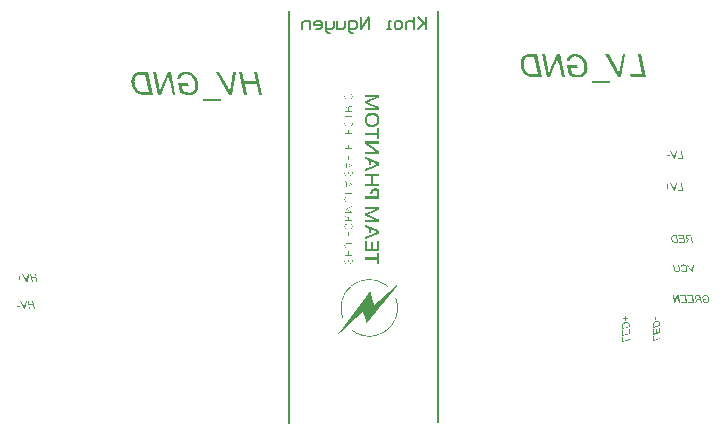
<source format=gbo>
G04*
G04 #@! TF.GenerationSoftware,Altium Limited,Altium Designer,18.1.11 (251)*
G04*
G04 Layer_Color=32896*
%FSLAX25Y25*%
%MOIN*%
G70*
G01*
G75*
%ADD13C,0.00787*%
%ADD16C,0.00591*%
G36*
X128493Y108718D02*
X128323D01*
Y108633D01*
X128153D01*
Y108548D01*
X127941D01*
Y108421D01*
X127899D01*
Y108464D01*
X127687D01*
Y108336D01*
X127602D01*
Y108379D01*
X127517D01*
Y108251D01*
X127347D01*
Y108167D01*
X127135D01*
Y108082D01*
X126880D01*
Y107997D01*
X126710D01*
Y107912D01*
X126541D01*
Y107827D01*
X126328D01*
Y107742D01*
X126074D01*
Y107657D01*
X125904D01*
Y107572D01*
X125862D01*
Y107530D01*
X125819D01*
Y107572D01*
X125734D01*
Y107445D01*
X125649D01*
Y107487D01*
X125480D01*
Y107445D01*
X125437D01*
Y107360D01*
X125267D01*
Y107275D01*
X125098D01*
Y107190D01*
X124928D01*
Y106893D01*
X125013D01*
Y106936D01*
X125098D01*
Y106808D01*
X125225D01*
Y106851D01*
X125267D01*
Y106724D01*
X125522D01*
Y106639D01*
X125734D01*
Y106554D01*
X125904D01*
Y106469D01*
X126074D01*
Y106384D01*
X126244D01*
Y106299D01*
X126541D01*
Y106214D01*
X126710D01*
Y106129D01*
X126880D01*
Y106002D01*
X126965D01*
Y106044D01*
X127050D01*
Y105917D01*
X127262D01*
Y105960D01*
X127304D01*
Y105917D01*
X127347D01*
Y105832D01*
X127517D01*
Y105747D01*
X127687D01*
Y105663D01*
X127941D01*
Y105578D01*
X128153D01*
Y105493D01*
X128323D01*
Y105408D01*
X128493D01*
Y104517D01*
X123782D01*
Y105238D01*
X123867D01*
Y105196D01*
X127050D01*
Y105238D01*
X127092D01*
Y105408D01*
X126923D01*
Y105450D01*
X126880D01*
Y105493D01*
X126626D01*
Y105578D01*
X126456D01*
Y105663D01*
X126201D01*
Y105747D01*
X126159D01*
Y105790D01*
X126074D01*
Y105747D01*
X126031D01*
Y105790D01*
X125989D01*
Y105875D01*
X125819D01*
Y105832D01*
X125734D01*
Y105960D01*
X125565D01*
Y106044D01*
X125310D01*
Y106129D01*
X125098D01*
Y106214D01*
X124843D01*
Y106299D01*
X124673D01*
Y106384D01*
X124419D01*
Y106427D01*
X124376D01*
Y106469D01*
X124206D01*
Y106554D01*
X124164D01*
Y106596D01*
X124037D01*
Y106554D01*
X123952D01*
Y106681D01*
X123867D01*
Y106639D01*
X123782D01*
Y107360D01*
X123825D01*
Y107403D01*
X123867D01*
Y107445D01*
X124037D01*
Y107530D01*
X124291D01*
Y107615D01*
X124334D01*
Y107657D01*
X124376D01*
Y107615D01*
X124461D01*
Y107657D01*
X124504D01*
Y107742D01*
X124546D01*
Y107700D01*
X124758D01*
Y107827D01*
X124843D01*
Y107785D01*
X124970D01*
Y107827D01*
X125013D01*
Y107912D01*
X125182D01*
Y107997D01*
X125480D01*
Y108082D01*
X125649D01*
Y108167D01*
X125904D01*
Y108251D01*
X126074D01*
Y108294D01*
X126116D01*
Y108336D01*
X126371D01*
Y108421D01*
X126541D01*
Y108548D01*
X126626D01*
Y108506D01*
X126795D01*
Y108591D01*
X126838D01*
Y108633D01*
X126880D01*
Y108591D01*
X126965D01*
Y108633D01*
X127007D01*
Y108803D01*
X123782D01*
Y109609D01*
X128493D01*
Y108718D01*
D02*
G37*
G36*
X119114Y109694D02*
X119283D01*
Y109609D01*
X119368D01*
Y109525D01*
X119453D01*
Y109355D01*
X119538D01*
Y109185D01*
X119623D01*
Y108718D01*
X119580D01*
Y108676D01*
X119538D01*
Y108421D01*
X119453D01*
Y108336D01*
X119368D01*
Y108167D01*
X119199D01*
Y108082D01*
X119029D01*
Y107997D01*
X117501D01*
Y108082D01*
X117331D01*
Y108167D01*
X117246D01*
Y108251D01*
X117161D01*
Y108336D01*
X117077D01*
Y108421D01*
X116992D01*
Y108676D01*
X116949D01*
Y108718D01*
X116907D01*
Y109058D01*
X116949D01*
Y109143D01*
X116992D01*
Y109355D01*
X117077D01*
Y109440D01*
X117161D01*
Y109609D01*
X117331D01*
Y109694D01*
X117501D01*
Y109779D01*
X117586D01*
Y109609D01*
X117416D01*
Y109525D01*
X117374D01*
Y109482D01*
X117331D01*
Y109440D01*
X117289D01*
Y109397D01*
X117246D01*
Y109355D01*
X117204D01*
Y109312D01*
X117119D01*
Y109228D01*
X117077D01*
Y109185D01*
X117034D01*
Y108676D01*
X117077D01*
Y108633D01*
X117119D01*
Y108464D01*
X117204D01*
Y108421D01*
X117246D01*
Y108379D01*
X117289D01*
Y108336D01*
X117331D01*
Y108251D01*
X117501D01*
Y108167D01*
X119029D01*
Y108251D01*
X119199D01*
Y108336D01*
X119241D01*
Y108379D01*
X119283D01*
Y108421D01*
X119326D01*
Y108464D01*
X119368D01*
Y108506D01*
X119411D01*
Y108548D01*
X119453D01*
Y108633D01*
X119496D01*
Y109185D01*
X119453D01*
Y109228D01*
X119411D01*
Y109270D01*
X119368D01*
Y109312D01*
X119326D01*
Y109355D01*
X119283D01*
Y109397D01*
X119241D01*
Y109440D01*
X119199D01*
Y109482D01*
X119156D01*
Y109525D01*
X119114D01*
Y109609D01*
X118944D01*
Y109779D01*
X119114D01*
Y109694D01*
D02*
G37*
G36*
X119538Y106724D02*
X119496D01*
Y106766D01*
X117034D01*
Y106724D01*
X116992D01*
Y106936D01*
X117077D01*
Y106893D01*
X119453D01*
Y106936D01*
X119538D01*
Y106724D01*
D02*
G37*
G36*
X117034Y105705D02*
X117077D01*
Y105663D01*
X117204D01*
Y105620D01*
X117246D01*
Y105578D01*
X117416D01*
Y105493D01*
X117586D01*
Y105408D01*
X117755D01*
Y105323D01*
X117925D01*
Y105238D01*
X117968D01*
Y105196D01*
X118222D01*
Y105408D01*
X118307D01*
Y105578D01*
X118392D01*
Y105663D01*
X118604D01*
Y105747D01*
X119199D01*
Y105663D01*
X119368D01*
Y105620D01*
X119411D01*
Y105578D01*
X119453D01*
Y105408D01*
X119538D01*
Y103965D01*
X116992D01*
Y104262D01*
X117034D01*
Y104220D01*
X117883D01*
Y104262D01*
X117925D01*
Y104135D01*
X118138D01*
Y104262D01*
X118222D01*
Y104941D01*
X118138D01*
Y105068D01*
X118010D01*
Y105026D01*
X117968D01*
Y105153D01*
X117798D01*
Y105238D01*
X117586D01*
Y105323D01*
X117416D01*
Y105408D01*
X117246D01*
Y105493D01*
X117077D01*
Y105578D01*
X116992D01*
Y105790D01*
X117034D01*
Y105705D01*
D02*
G37*
G36*
X126795Y103413D02*
X127092D01*
Y103456D01*
X127135D01*
Y103328D01*
X127432D01*
Y103244D01*
X127602D01*
Y103201D01*
X127644D01*
Y103159D01*
X127687D01*
Y103074D01*
X127856D01*
Y103031D01*
X127899D01*
Y102989D01*
X127941D01*
Y102946D01*
X127984D01*
Y102904D01*
X128026D01*
Y102861D01*
X128068D01*
Y102819D01*
X128153D01*
Y102649D01*
X128238D01*
Y102565D01*
X128281D01*
Y102522D01*
X128323D01*
Y102310D01*
X128366D01*
Y102267D01*
X128408D01*
Y102098D01*
X128493D01*
Y101588D01*
X128578D01*
Y100740D01*
X128493D01*
Y100230D01*
X128450D01*
Y100188D01*
X128408D01*
Y100060D01*
X128366D01*
Y100018D01*
X128323D01*
Y99763D01*
X128238D01*
Y99678D01*
X128153D01*
Y99509D01*
X128068D01*
Y99466D01*
X128026D01*
Y99424D01*
X127984D01*
Y99381D01*
X127941D01*
Y99339D01*
X127899D01*
Y99297D01*
X127856D01*
Y99254D01*
X127687D01*
Y99127D01*
X127602D01*
Y99084D01*
X127432D01*
Y98957D01*
X127347D01*
Y99000D01*
X127262D01*
Y98957D01*
X127220D01*
Y98872D01*
X126880D01*
Y98787D01*
X125480D01*
Y98872D01*
X125182D01*
Y99000D01*
X125013D01*
Y98957D01*
X124928D01*
Y99084D01*
X124801D01*
Y99042D01*
X124758D01*
Y99169D01*
X124588D01*
Y99212D01*
X124504D01*
Y99297D01*
X124419D01*
Y99339D01*
X124376D01*
Y99424D01*
X124291D01*
Y99509D01*
X124206D01*
Y99594D01*
X124121D01*
Y99678D01*
X124037D01*
Y99848D01*
X123952D01*
Y100018D01*
X123867D01*
Y100273D01*
X123825D01*
Y100315D01*
X123782D01*
Y100824D01*
X123697D01*
Y101588D01*
X123782D01*
Y102013D01*
X123867D01*
Y102267D01*
X123909D01*
Y102310D01*
X123952D01*
Y102565D01*
X124037D01*
Y102649D01*
X124121D01*
Y102819D01*
X124206D01*
Y102904D01*
X124291D01*
Y102989D01*
X124376D01*
Y103074D01*
X124588D01*
Y103159D01*
X124631D01*
Y103201D01*
X124673D01*
Y103244D01*
X124843D01*
Y103328D01*
X125098D01*
Y103413D01*
X125140D01*
Y103456D01*
X125182D01*
Y103413D01*
X125480D01*
Y103541D01*
X125565D01*
Y103498D01*
X126710D01*
Y103541D01*
X126795D01*
Y103413D01*
D02*
G37*
G36*
X119538Y101376D02*
X119496D01*
Y102098D01*
X119453D01*
Y102182D01*
X116992D01*
Y102352D01*
X119453D01*
Y102437D01*
X119496D01*
Y103201D01*
X119538D01*
Y101376D01*
D02*
G37*
G36*
X117586Y100570D02*
X117501D01*
Y100485D01*
X117331D01*
Y100400D01*
X117246D01*
Y100358D01*
X117204D01*
Y100315D01*
X117161D01*
Y100273D01*
X117119D01*
Y100103D01*
X117034D01*
Y99636D01*
X117077D01*
Y99594D01*
X117119D01*
Y99466D01*
X117161D01*
Y99424D01*
X117204D01*
Y99381D01*
X117246D01*
Y99339D01*
X117331D01*
Y99212D01*
X117416D01*
Y99254D01*
X117501D01*
Y99127D01*
X119029D01*
Y99254D01*
X119114D01*
Y99212D01*
X119199D01*
Y99339D01*
X119283D01*
Y99424D01*
X119368D01*
Y99466D01*
X119411D01*
Y99509D01*
X119453D01*
Y99551D01*
X119496D01*
Y100188D01*
X119453D01*
Y100230D01*
X119368D01*
Y100315D01*
X119283D01*
Y100400D01*
X119199D01*
Y100485D01*
X119114D01*
Y100570D01*
X118944D01*
Y100740D01*
X119114D01*
Y100697D01*
X119156D01*
Y100655D01*
X119199D01*
Y100570D01*
X119368D01*
Y100527D01*
X119411D01*
Y100485D01*
X119453D01*
Y100315D01*
X119538D01*
Y100188D01*
X119580D01*
Y100145D01*
X119623D01*
Y99594D01*
X119580D01*
Y99551D01*
X119538D01*
Y99424D01*
X119496D01*
Y99381D01*
X119453D01*
Y99212D01*
X119368D01*
Y99169D01*
X119199D01*
Y99084D01*
X119156D01*
Y99042D01*
X119114D01*
Y99084D01*
X119029D01*
Y99000D01*
X118986D01*
Y98957D01*
X118944D01*
Y99000D01*
X117586D01*
Y98957D01*
X117501D01*
Y99084D01*
X117374D01*
Y99042D01*
X117331D01*
Y99127D01*
X117246D01*
Y99212D01*
X117161D01*
Y99297D01*
X117119D01*
Y99339D01*
X117077D01*
Y99381D01*
X117034D01*
Y99424D01*
X116992D01*
Y99636D01*
X116949D01*
Y99678D01*
X116907D01*
Y100060D01*
X116949D01*
Y100103D01*
X116992D01*
Y100315D01*
X117034D01*
Y100358D01*
X117077D01*
Y100400D01*
X117119D01*
Y100442D01*
X117161D01*
Y100485D01*
X117204D01*
Y100527D01*
X117246D01*
Y100570D01*
X117289D01*
Y100612D01*
X117331D01*
Y100655D01*
X117501D01*
Y100740D01*
X117543D01*
Y100782D01*
X117586D01*
Y100570D01*
D02*
G37*
G36*
X128493Y94671D02*
X128408D01*
Y94713D01*
X127984D01*
Y94671D01*
X127899D01*
Y95986D01*
X127856D01*
Y96029D01*
X127814D01*
Y96114D01*
X123782D01*
Y96920D01*
X127899D01*
Y98363D01*
X127941D01*
Y98321D01*
X128408D01*
Y98363D01*
X128493D01*
Y94671D01*
D02*
G37*
G36*
X117034Y96793D02*
X117077D01*
Y96708D01*
X118180D01*
Y96750D01*
X118222D01*
Y97896D01*
X118392D01*
Y96750D01*
X118435D01*
Y96708D01*
X119453D01*
Y96835D01*
X119496D01*
Y98108D01*
X119538D01*
Y96538D01*
X119496D01*
Y96580D01*
X117034D01*
Y96538D01*
X116992D01*
Y98193D01*
X117034D01*
Y96793D01*
D02*
G37*
G36*
Y94374D02*
X117077D01*
Y94331D01*
X117119D01*
Y94246D01*
X119538D01*
Y94076D01*
X116992D01*
Y95689D01*
X117034D01*
Y94374D01*
D02*
G37*
G36*
X128493Y93270D02*
X125098D01*
Y92973D01*
X125267D01*
Y92931D01*
X125310D01*
Y92888D01*
X125352D01*
Y92803D01*
X125522D01*
Y92761D01*
X125565D01*
Y92718D01*
X125649D01*
Y92633D01*
X125734D01*
Y92549D01*
X125904D01*
Y92464D01*
X125989D01*
Y92379D01*
X126074D01*
Y92251D01*
X126244D01*
Y92209D01*
X126328D01*
Y92082D01*
X126541D01*
Y92039D01*
X126583D01*
Y91997D01*
X126626D01*
Y91912D01*
X126710D01*
Y91827D01*
X126880D01*
Y91742D01*
X126965D01*
Y91657D01*
X127007D01*
Y91615D01*
X127050D01*
Y91657D01*
X127135D01*
Y91572D01*
X127220D01*
Y91530D01*
X127262D01*
Y91488D01*
X127304D01*
Y91445D01*
X127347D01*
Y91360D01*
X127517D01*
Y91318D01*
X127559D01*
Y91275D01*
X127602D01*
Y91233D01*
X127644D01*
Y91190D01*
X127687D01*
Y91106D01*
X127856D01*
Y91063D01*
X127899D01*
Y91021D01*
X127941D01*
Y90936D01*
X128153D01*
Y90851D01*
X128238D01*
Y90766D01*
X128323D01*
Y90639D01*
X128408D01*
Y90681D01*
X128493D01*
Y89790D01*
X123782D01*
Y90469D01*
X127262D01*
Y90724D01*
X127220D01*
Y90766D01*
X127177D01*
Y90808D01*
X127135D01*
Y90851D01*
X127092D01*
Y90936D01*
X126880D01*
Y91021D01*
X126795D01*
Y91106D01*
X126626D01*
Y91190D01*
X126541D01*
Y91318D01*
X126456D01*
Y91275D01*
X126371D01*
Y91360D01*
X126286D01*
Y91445D01*
X126201D01*
Y91572D01*
X125989D01*
Y91615D01*
X125946D01*
Y91657D01*
X125904D01*
Y91742D01*
X125734D01*
Y91827D01*
X125649D01*
Y91912D01*
X125565D01*
Y91997D01*
X125395D01*
Y92082D01*
X125310D01*
Y92167D01*
X125267D01*
Y92209D01*
X125182D01*
Y92167D01*
X125140D01*
Y92209D01*
X125098D01*
Y92251D01*
X125055D01*
Y92294D01*
X125013D01*
Y92336D01*
X124970D01*
Y92379D01*
X124928D01*
Y92464D01*
X124758D01*
Y92506D01*
X124716D01*
Y92549D01*
X124673D01*
Y92633D01*
X124504D01*
Y92676D01*
X124461D01*
Y92718D01*
X124376D01*
Y92803D01*
X124291D01*
Y92888D01*
X124121D01*
Y92973D01*
X124037D01*
Y93100D01*
X123909D01*
Y93058D01*
X123867D01*
Y93143D01*
X123782D01*
Y94076D01*
X123825D01*
Y94034D01*
X128408D01*
Y94076D01*
X128493D01*
Y93270D01*
D02*
G37*
G36*
X119538Y91572D02*
X116992D01*
Y93185D01*
X117034D01*
Y91785D01*
X117077D01*
Y91742D01*
X118222D01*
Y92888D01*
X118265D01*
Y92931D01*
X118350D01*
Y92888D01*
X118392D01*
Y91742D01*
X119453D01*
Y91827D01*
X119496D01*
Y93185D01*
X119538D01*
Y91572D01*
D02*
G37*
G36*
Y87795D02*
X116992D01*
Y89408D01*
X117034D01*
Y88135D01*
X117077D01*
Y88092D01*
X117119D01*
Y87965D01*
X118138D01*
Y88092D01*
X118222D01*
Y89238D01*
X118392D01*
Y87965D01*
X119368D01*
Y88007D01*
X119411D01*
Y88092D01*
X119453D01*
Y88177D01*
X119496D01*
Y89408D01*
X119538D01*
Y87795D01*
D02*
G37*
G36*
X123909Y88899D02*
X123952D01*
Y88856D01*
X124121D01*
Y88771D01*
X124376D01*
Y88687D01*
X124546D01*
Y88602D01*
X124716D01*
Y88517D01*
X124928D01*
Y88432D01*
X125182D01*
Y88347D01*
X125352D01*
Y88262D01*
X125522D01*
Y88177D01*
X125565D01*
Y88135D01*
X125734D01*
Y88177D01*
X125819D01*
Y88050D01*
X125946D01*
Y88092D01*
X125989D01*
Y87965D01*
X126159D01*
Y87880D01*
X126413D01*
Y87838D01*
X126456D01*
Y87795D01*
X126626D01*
Y87710D01*
X126795D01*
Y87625D01*
X126965D01*
Y87541D01*
X127220D01*
Y87456D01*
X127432D01*
Y87328D01*
X127517D01*
Y87371D01*
X127602D01*
Y87244D01*
X127814D01*
Y87286D01*
X127856D01*
Y87159D01*
X128026D01*
Y87074D01*
X128238D01*
Y86989D01*
X128493D01*
Y86013D01*
X128408D01*
Y85928D01*
X128153D01*
Y85843D01*
X127941D01*
Y85758D01*
X127687D01*
Y85673D01*
X127517D01*
Y85588D01*
X127347D01*
Y85504D01*
X127304D01*
Y85461D01*
X127262D01*
Y85504D01*
X127050D01*
Y85376D01*
X127007D01*
Y85419D01*
X126880D01*
Y85291D01*
X126795D01*
Y85334D01*
X126753D01*
Y85291D01*
X126710D01*
Y85206D01*
X126413D01*
Y85122D01*
X126244D01*
Y85037D01*
X126074D01*
Y84952D01*
X125819D01*
Y84867D01*
X125649D01*
Y84782D01*
X125437D01*
Y84697D01*
X125182D01*
Y84570D01*
X125140D01*
Y84612D01*
X125013D01*
Y84485D01*
X124928D01*
Y84527D01*
X124843D01*
Y84400D01*
X124546D01*
Y84315D01*
X124376D01*
Y84230D01*
X124121D01*
Y84145D01*
X123952D01*
Y84103D01*
X123909D01*
Y84061D01*
X123825D01*
Y84018D01*
X123782D01*
Y84867D01*
X123952D01*
Y84952D01*
X124206D01*
Y85037D01*
X124504D01*
Y85122D01*
X124673D01*
Y85206D01*
X124843D01*
Y85291D01*
X125098D01*
Y85376D01*
X125310D01*
Y85504D01*
X125352D01*
Y85461D01*
X125565D01*
Y85588D01*
X125649D01*
Y85546D01*
X125734D01*
Y85673D01*
X125819D01*
Y85631D01*
X125989D01*
Y85758D01*
X126201D01*
Y85843D01*
X126456D01*
Y85928D01*
X126626D01*
Y86013D01*
X126880D01*
Y86055D01*
X126923D01*
Y86098D01*
X127092D01*
Y86183D01*
X127262D01*
Y86268D01*
X127517D01*
Y86352D01*
X127559D01*
Y86395D01*
X127602D01*
Y86564D01*
X127517D01*
Y86649D01*
X127262D01*
Y86734D01*
X127092D01*
Y86819D01*
X126923D01*
Y86862D01*
X126880D01*
Y86904D01*
X126626D01*
Y86989D01*
X126583D01*
Y87031D01*
X126541D01*
Y86989D01*
X126456D01*
Y87116D01*
X126328D01*
Y87074D01*
X126286D01*
Y87201D01*
X126074D01*
Y87159D01*
X126031D01*
Y87201D01*
X125989D01*
Y87286D01*
X125734D01*
Y86310D01*
X125692D01*
Y86268D01*
X125649D01*
Y86225D01*
X125607D01*
Y86183D01*
X125565D01*
Y86225D01*
X125395D01*
Y86183D01*
X125352D01*
Y86098D01*
X125182D01*
Y86013D01*
X125098D01*
Y87541D01*
X125013D01*
Y87625D01*
X124928D01*
Y87710D01*
X124758D01*
Y87795D01*
X124504D01*
Y87880D01*
X124461D01*
Y87923D01*
X124376D01*
Y87880D01*
X124334D01*
Y87923D01*
X124291D01*
Y88007D01*
X124206D01*
Y87965D01*
X124164D01*
Y88007D01*
X124121D01*
Y88092D01*
X123867D01*
Y88135D01*
X123782D01*
Y88984D01*
X123909D01*
Y88899D01*
D02*
G37*
G36*
X117034Y86946D02*
X117077D01*
Y86904D01*
X117331D01*
Y86819D01*
X117586D01*
Y86734D01*
X117840D01*
Y86649D01*
X118010D01*
Y86564D01*
X118307D01*
Y86437D01*
X118477D01*
Y86480D01*
X118562D01*
Y86352D01*
X118774D01*
Y86395D01*
X118816D01*
Y86268D01*
X119029D01*
Y86183D01*
X119283D01*
Y86098D01*
X119538D01*
Y85843D01*
X119368D01*
Y85758D01*
X119114D01*
Y85673D01*
X118816D01*
Y85588D01*
X118647D01*
Y85461D01*
X118604D01*
Y85504D01*
X118392D01*
Y85376D01*
X118307D01*
Y85419D01*
X118138D01*
Y85334D01*
X118095D01*
Y85291D01*
X118010D01*
Y85334D01*
X117883D01*
Y85291D01*
X117840D01*
Y85206D01*
X117671D01*
Y85122D01*
X117416D01*
Y85037D01*
X117119D01*
Y84952D01*
X116992D01*
Y85122D01*
X117246D01*
Y85206D01*
X117416D01*
Y85291D01*
X117586D01*
Y86522D01*
X117543D01*
Y86564D01*
X117501D01*
Y86607D01*
X117458D01*
Y86649D01*
X117416D01*
Y86734D01*
X117161D01*
Y86819D01*
X116992D01*
Y87031D01*
X117034D01*
Y86946D01*
D02*
G37*
G36*
X117840Y84230D02*
X118010D01*
Y84188D01*
X118053D01*
Y84145D01*
X118138D01*
Y84061D01*
X118222D01*
Y83891D01*
X118307D01*
Y83551D01*
X118350D01*
Y83509D01*
X118392D01*
Y83084D01*
X118477D01*
Y82915D01*
X118562D01*
Y82787D01*
X119199D01*
Y82872D01*
X119368D01*
Y82957D01*
X119411D01*
Y83084D01*
X119453D01*
Y83127D01*
X119496D01*
Y83806D01*
X119453D01*
Y83848D01*
X119411D01*
Y83891D01*
X119368D01*
Y83933D01*
X119326D01*
Y83976D01*
X119283D01*
Y84061D01*
X119453D01*
Y83976D01*
X119538D01*
Y83763D01*
X119580D01*
Y83721D01*
X119623D01*
Y83169D01*
X119580D01*
Y83127D01*
X119538D01*
Y82957D01*
X119453D01*
Y82787D01*
X119368D01*
Y82702D01*
X119199D01*
Y82618D01*
X118604D01*
Y82660D01*
X118562D01*
Y82702D01*
X118477D01*
Y82787D01*
X118392D01*
Y82872D01*
X118307D01*
Y83127D01*
X118265D01*
Y83169D01*
X118222D01*
Y83594D01*
X118138D01*
Y83933D01*
X118095D01*
Y83976D01*
X118053D01*
Y84061D01*
X117883D01*
Y84145D01*
X117416D01*
Y84061D01*
X117246D01*
Y84018D01*
X117204D01*
Y83933D01*
X117161D01*
Y83891D01*
X117119D01*
Y83763D01*
X117077D01*
Y83721D01*
X117034D01*
Y83042D01*
X117077D01*
Y83000D01*
X117119D01*
Y82872D01*
X117161D01*
Y82830D01*
X117204D01*
Y82787D01*
X117246D01*
Y82745D01*
X117289D01*
Y82702D01*
X117331D01*
Y82618D01*
X117161D01*
Y82702D01*
X117077D01*
Y82872D01*
X116992D01*
Y83084D01*
X116949D01*
Y83127D01*
X116907D01*
Y83636D01*
X116949D01*
Y83679D01*
X116992D01*
Y83891D01*
X117034D01*
Y83933D01*
X117077D01*
Y84061D01*
X117161D01*
Y84145D01*
X117246D01*
Y84230D01*
X117416D01*
Y84315D01*
X117840D01*
Y84230D01*
D02*
G37*
G36*
X117119Y80665D02*
X117416D01*
Y80538D01*
X117501D01*
Y80581D01*
X117586D01*
Y80453D01*
X117755D01*
Y80496D01*
X117840D01*
Y80368D01*
X118053D01*
Y80411D01*
X118095D01*
Y80368D01*
X118138D01*
Y80283D01*
X118307D01*
Y80199D01*
X118562D01*
Y80114D01*
X118816D01*
Y80029D01*
X119114D01*
Y79944D01*
X119368D01*
Y79859D01*
X119538D01*
Y79604D01*
X119283D01*
Y79477D01*
X119241D01*
Y79519D01*
X119114D01*
Y79392D01*
X119029D01*
Y79435D01*
X118859D01*
Y79392D01*
X118816D01*
Y79307D01*
X118562D01*
Y79222D01*
X118392D01*
Y79137D01*
X118138D01*
Y79053D01*
X117840D01*
Y78968D01*
X117586D01*
Y78883D01*
X117416D01*
Y78798D01*
X117119D01*
Y78713D01*
X117034D01*
Y78671D01*
X116992D01*
Y78883D01*
X117077D01*
Y78840D01*
X117119D01*
Y78883D01*
X117161D01*
Y78968D01*
X117416D01*
Y79053D01*
X117586D01*
Y80283D01*
X117501D01*
Y80368D01*
X117458D01*
Y80411D01*
X117416D01*
Y80496D01*
X117161D01*
Y80581D01*
X116992D01*
Y80750D01*
X117119D01*
Y80665D01*
D02*
G37*
G36*
X128493Y82448D02*
X126541D01*
Y79944D01*
X128493D01*
Y79137D01*
X123782D01*
Y79944D01*
X125819D01*
Y82448D01*
X123782D01*
Y83254D01*
X128493D01*
Y82448D01*
D02*
G37*
G36*
X117034Y76761D02*
X117077D01*
Y76718D01*
X119538D01*
Y76549D01*
X116992D01*
Y78161D01*
X117034D01*
Y76761D01*
D02*
G37*
G36*
X119538Y75275D02*
X119496D01*
Y75318D01*
X117501D01*
Y75233D01*
X117458D01*
Y75191D01*
X117416D01*
Y75233D01*
X117331D01*
Y75148D01*
X117289D01*
Y75106D01*
X117246D01*
Y75063D01*
X117204D01*
Y75021D01*
X117161D01*
Y74978D01*
X117119D01*
Y74851D01*
X117077D01*
Y74809D01*
X117034D01*
Y74299D01*
X117077D01*
Y74257D01*
X117119D01*
Y74172D01*
X117161D01*
Y74130D01*
X117246D01*
Y74045D01*
X117331D01*
Y73960D01*
X117416D01*
Y73875D01*
X119538D01*
Y73705D01*
X117416D01*
Y73790D01*
X117246D01*
Y73832D01*
X117204D01*
Y73875D01*
X117161D01*
Y73917D01*
X117119D01*
Y73960D01*
X117077D01*
Y74130D01*
X116992D01*
Y74299D01*
X116949D01*
Y74384D01*
X116907D01*
Y74766D01*
X116949D01*
Y74809D01*
X116992D01*
Y75021D01*
X117034D01*
Y75063D01*
X117077D01*
Y75148D01*
X117161D01*
Y75233D01*
X117246D01*
Y75318D01*
X117331D01*
Y75403D01*
X117416D01*
Y75360D01*
X117586D01*
Y75488D01*
X117713D01*
Y75445D01*
X119453D01*
Y75488D01*
X119538D01*
Y75275D01*
D02*
G37*
G36*
X127517Y78331D02*
X127771D01*
Y78246D01*
X127941D01*
Y78161D01*
X128153D01*
Y78076D01*
X128238D01*
Y77992D01*
X128323D01*
Y77822D01*
X128408D01*
Y77567D01*
X128450D01*
Y77525D01*
X128493D01*
Y74851D01*
X123782D01*
Y75657D01*
X127899D01*
Y77058D01*
X127814D01*
Y77313D01*
X127771D01*
Y77355D01*
X127687D01*
Y77440D01*
X127602D01*
Y77525D01*
X126795D01*
Y77440D01*
X126626D01*
Y77355D01*
X126541D01*
Y77185D01*
X126498D01*
Y77143D01*
X126456D01*
Y77100D01*
X126413D01*
Y77058D01*
X126328D01*
Y76888D01*
X126244D01*
Y76634D01*
X126159D01*
Y76379D01*
X125734D01*
Y76464D01*
X125480D01*
Y76634D01*
X125522D01*
Y76676D01*
X125565D01*
Y77016D01*
X125649D01*
Y77270D01*
X125734D01*
Y77440D01*
X125819D01*
Y77610D01*
X125862D01*
Y77652D01*
X125904D01*
Y77779D01*
X125946D01*
Y77822D01*
X125989D01*
Y77864D01*
X126031D01*
Y77907D01*
X126074D01*
Y77949D01*
X126116D01*
Y77992D01*
X126201D01*
Y78076D01*
X126286D01*
Y78161D01*
X126456D01*
Y78246D01*
X126626D01*
Y78331D01*
X126880D01*
Y78374D01*
X126923D01*
Y78416D01*
X127517D01*
Y78331D01*
D02*
G37*
G36*
X119538Y72347D02*
X119453D01*
Y72262D01*
X119199D01*
Y72177D01*
X119029D01*
Y72092D01*
X118816D01*
Y72008D01*
X118647D01*
Y71923D01*
X118392D01*
Y71838D01*
X118350D01*
Y71795D01*
X118307D01*
Y71838D01*
X118222D01*
Y71710D01*
X118138D01*
Y71753D01*
X118053D01*
Y71710D01*
X118010D01*
Y71626D01*
X117840D01*
Y71541D01*
X117671D01*
Y71371D01*
X117755D01*
Y71286D01*
X118010D01*
Y71201D01*
X118053D01*
Y71159D01*
X118095D01*
Y71201D01*
X118222D01*
Y71074D01*
X118307D01*
Y71116D01*
X118392D01*
Y70989D01*
X118562D01*
Y70904D01*
X118732D01*
Y70819D01*
X118944D01*
Y70734D01*
X119199D01*
Y70649D01*
X119368D01*
Y70565D01*
X119538D01*
Y70310D01*
X116992D01*
Y70480D01*
X118944D01*
Y70649D01*
X118859D01*
Y70734D01*
X118689D01*
Y70819D01*
X118647D01*
Y70862D01*
X118604D01*
Y70819D01*
X118519D01*
Y70862D01*
X118477D01*
Y70947D01*
X118307D01*
Y70904D01*
X118222D01*
Y71031D01*
X118053D01*
Y71116D01*
X117883D01*
Y71201D01*
X117713D01*
Y71244D01*
X117671D01*
Y71286D01*
X117501D01*
Y71371D01*
X117416D01*
Y71541D01*
X117501D01*
Y71626D01*
X117671D01*
Y71668D01*
X117713D01*
Y71710D01*
X117883D01*
Y71795D01*
X118138D01*
Y71923D01*
X118180D01*
Y71880D01*
X118307D01*
Y72008D01*
X118392D01*
Y71965D01*
X118477D01*
Y72092D01*
X118689D01*
Y72177D01*
X118944D01*
Y72432D01*
X116992D01*
Y72602D01*
X119538D01*
Y72347D01*
D02*
G37*
G36*
X128493Y71286D02*
X128323D01*
Y71201D01*
X128153D01*
Y71116D01*
X127941D01*
Y70989D01*
X127899D01*
Y71031D01*
X127771D01*
Y70904D01*
X127729D01*
Y70947D01*
X127517D01*
Y70819D01*
X127389D01*
Y70862D01*
X127347D01*
Y70734D01*
X127135D01*
Y70649D01*
X126880D01*
Y70565D01*
X126710D01*
Y70480D01*
X126541D01*
Y70395D01*
X126328D01*
Y70310D01*
X126074D01*
Y70225D01*
X125904D01*
Y70140D01*
X125862D01*
Y70098D01*
X125819D01*
Y70140D01*
X125734D01*
Y70055D01*
X125692D01*
Y70013D01*
X125649D01*
Y70055D01*
X125565D01*
Y70013D01*
X125522D01*
Y69928D01*
X125267D01*
Y69843D01*
X125098D01*
Y69758D01*
X124928D01*
Y69461D01*
X125013D01*
Y69504D01*
X125098D01*
Y69376D01*
X125182D01*
Y69419D01*
X125267D01*
Y69291D01*
X125437D01*
Y69207D01*
X125734D01*
Y69122D01*
X125904D01*
Y69037D01*
X126074D01*
Y68952D01*
X126244D01*
Y68867D01*
X126541D01*
Y68782D01*
X126710D01*
Y68697D01*
X126880D01*
Y68570D01*
X126965D01*
Y68612D01*
X127050D01*
Y68485D01*
X127262D01*
Y68528D01*
X127304D01*
Y68485D01*
X127347D01*
Y68400D01*
X127517D01*
Y68315D01*
X127687D01*
Y68230D01*
X127856D01*
Y68146D01*
X128153D01*
Y68061D01*
X128323D01*
Y67976D01*
X128493D01*
Y67084D01*
X123782D01*
Y67806D01*
X123867D01*
Y67764D01*
X126965D01*
Y67806D01*
X127007D01*
Y67933D01*
X126965D01*
Y67976D01*
X126923D01*
Y68018D01*
X126880D01*
Y68061D01*
X126626D01*
Y68146D01*
X126456D01*
Y68230D01*
X126201D01*
Y68315D01*
X126159D01*
Y68358D01*
X126074D01*
Y68315D01*
X126031D01*
Y68358D01*
X125989D01*
Y68443D01*
X125819D01*
Y68400D01*
X125734D01*
Y68528D01*
X125565D01*
Y68612D01*
X125310D01*
Y68697D01*
X125098D01*
Y68782D01*
X124843D01*
Y68867D01*
X124673D01*
Y68952D01*
X124419D01*
Y68994D01*
X124376D01*
Y69037D01*
X124206D01*
Y69164D01*
X124037D01*
Y69122D01*
X123952D01*
Y69249D01*
X123825D01*
Y69207D01*
X123782D01*
Y69928D01*
X123825D01*
Y69971D01*
X123867D01*
Y70013D01*
X124037D01*
Y70098D01*
X124291D01*
Y70183D01*
X124334D01*
Y70225D01*
X124376D01*
Y70183D01*
X124461D01*
Y70225D01*
X124504D01*
Y70310D01*
X124546D01*
Y70267D01*
X124758D01*
Y70395D01*
X125013D01*
Y70480D01*
X125182D01*
Y70565D01*
X125480D01*
Y70649D01*
X125649D01*
Y70734D01*
X125904D01*
Y70819D01*
X126074D01*
Y70862D01*
X126116D01*
Y70904D01*
X126371D01*
Y71031D01*
X126413D01*
Y70989D01*
X126626D01*
Y71116D01*
X126710D01*
Y71074D01*
X126795D01*
Y71159D01*
X126838D01*
Y71201D01*
X126880D01*
Y71159D01*
X126965D01*
Y71201D01*
X127007D01*
Y71371D01*
X123782D01*
Y72092D01*
X128493D01*
Y71286D01*
D02*
G37*
G36*
X118732Y69291D02*
X119114D01*
Y69207D01*
X119283D01*
Y69164D01*
X119326D01*
Y69122D01*
X119368D01*
Y69079D01*
X119411D01*
Y69037D01*
X119453D01*
Y68910D01*
X119496D01*
Y68867D01*
X119538D01*
Y67509D01*
X119496D01*
Y67551D01*
X117034D01*
Y67509D01*
X116992D01*
Y67721D01*
X117034D01*
Y67679D01*
X118138D01*
Y67806D01*
X118222D01*
Y68400D01*
X118138D01*
Y68485D01*
X118053D01*
Y68612D01*
X117883D01*
Y68697D01*
X117713D01*
Y68740D01*
X117671D01*
Y68782D01*
X117501D01*
Y68867D01*
X117331D01*
Y68952D01*
X117161D01*
Y69037D01*
X116992D01*
Y69249D01*
X117034D01*
Y69207D01*
X117119D01*
Y69122D01*
X117331D01*
Y69037D01*
X117501D01*
Y68952D01*
X117671D01*
Y68867D01*
X117840D01*
Y68782D01*
X118222D01*
Y68867D01*
X118307D01*
Y69037D01*
X118350D01*
Y69079D01*
X118392D01*
Y69122D01*
X118435D01*
Y69164D01*
X118477D01*
Y69207D01*
X118689D01*
Y69334D01*
X118732D01*
Y69291D01*
D02*
G37*
G36*
X118944Y66448D02*
X119199D01*
Y66363D01*
X119283D01*
Y66278D01*
X119368D01*
Y66193D01*
X119453D01*
Y66108D01*
X119538D01*
Y65854D01*
X119623D01*
Y65387D01*
X119580D01*
Y65345D01*
X119538D01*
Y65090D01*
X119453D01*
Y65005D01*
X119368D01*
Y64920D01*
X119283D01*
Y64835D01*
X119199D01*
Y64750D01*
X118816D01*
Y64666D01*
X117713D01*
Y64708D01*
X117671D01*
Y64750D01*
X117416D01*
Y64835D01*
X117246D01*
Y64920D01*
X117161D01*
Y65005D01*
X117077D01*
Y65175D01*
X116992D01*
Y65345D01*
X116949D01*
Y65387D01*
X116907D01*
Y65769D01*
X116949D01*
Y65811D01*
X116992D01*
Y66023D01*
X117077D01*
Y66193D01*
X117161D01*
Y66278D01*
X117246D01*
Y66363D01*
X117331D01*
Y66448D01*
X117586D01*
Y66533D01*
X118944D01*
Y66448D01*
D02*
G37*
G36*
X123909Y66236D02*
X123952D01*
Y66193D01*
X124121D01*
Y66066D01*
X124291D01*
Y66108D01*
X124376D01*
Y65981D01*
X124504D01*
Y66023D01*
X124546D01*
Y65896D01*
X124673D01*
Y65939D01*
X124716D01*
Y65854D01*
X124758D01*
Y65811D01*
X124928D01*
Y65726D01*
X125182D01*
Y65642D01*
X125352D01*
Y65557D01*
X125522D01*
Y65472D01*
X125819D01*
Y65387D01*
X125989D01*
Y65302D01*
X126159D01*
Y65217D01*
X126201D01*
Y65175D01*
X126371D01*
Y65217D01*
X126413D01*
Y65132D01*
X126456D01*
Y65090D01*
X126541D01*
Y65132D01*
X126583D01*
Y65090D01*
X126626D01*
Y65005D01*
X126795D01*
Y64920D01*
X127050D01*
Y64835D01*
X127220D01*
Y64750D01*
X127432D01*
Y64666D01*
X127602D01*
Y64581D01*
X127856D01*
Y64496D01*
X128026D01*
Y64411D01*
X128068D01*
Y64368D01*
X128111D01*
Y64411D01*
X128238D01*
Y64284D01*
X128408D01*
Y64326D01*
X128493D01*
Y63307D01*
X128408D01*
Y63222D01*
X128323D01*
Y63265D01*
X128153D01*
Y63180D01*
X128111D01*
Y63138D01*
X127941D01*
Y63053D01*
X127687D01*
Y62968D01*
X127517D01*
Y62883D01*
X127347D01*
Y62798D01*
X127135D01*
Y62713D01*
X126880D01*
Y62628D01*
X126710D01*
Y62543D01*
X126456D01*
Y62501D01*
X126413D01*
Y62416D01*
X126371D01*
Y62459D01*
X126244D01*
Y62331D01*
X126159D01*
Y62374D01*
X126074D01*
Y62246D01*
X125819D01*
Y62161D01*
X125649D01*
Y62077D01*
X125437D01*
Y61992D01*
X125182D01*
Y61907D01*
X125013D01*
Y61822D01*
X124843D01*
Y61737D01*
X124546D01*
Y61610D01*
X124504D01*
Y61652D01*
X124376D01*
Y61525D01*
X124291D01*
Y61567D01*
X124121D01*
Y61440D01*
X123952D01*
Y61398D01*
X123909D01*
Y61355D01*
X123782D01*
Y62161D01*
X124037D01*
Y62246D01*
X124206D01*
Y62331D01*
X124504D01*
Y62416D01*
X124673D01*
Y62543D01*
X124716D01*
Y62501D01*
X124843D01*
Y62628D01*
X124928D01*
Y62586D01*
X125098D01*
Y62713D01*
X125225D01*
Y62671D01*
X125267D01*
Y62713D01*
X125310D01*
Y62798D01*
X125565D01*
Y62883D01*
X125734D01*
Y62968D01*
X125989D01*
Y63053D01*
X126201D01*
Y63138D01*
X126456D01*
Y63222D01*
X126626D01*
Y63307D01*
X126880D01*
Y63350D01*
X126923D01*
Y63435D01*
X126965D01*
Y63392D01*
X127092D01*
Y63520D01*
X127177D01*
Y63477D01*
X127262D01*
Y63604D01*
X127517D01*
Y63689D01*
X127602D01*
Y63859D01*
X127517D01*
Y63944D01*
X127347D01*
Y64071D01*
X127177D01*
Y64029D01*
X127092D01*
Y64156D01*
X126965D01*
Y64114D01*
X126923D01*
Y64199D01*
X126880D01*
Y64241D01*
X126626D01*
Y64326D01*
X126456D01*
Y64411D01*
X126286D01*
Y64496D01*
X125989D01*
Y64581D01*
X125734D01*
Y63604D01*
X125692D01*
Y63562D01*
X125649D01*
Y63520D01*
X125352D01*
Y63435D01*
X125225D01*
Y63392D01*
X125182D01*
Y63307D01*
X125098D01*
Y64835D01*
X125013D01*
Y64920D01*
X124928D01*
Y65047D01*
X124801D01*
Y65005D01*
X124758D01*
Y65132D01*
X124504D01*
Y65217D01*
X124291D01*
Y65302D01*
X124121D01*
Y65387D01*
X123867D01*
Y65429D01*
X123825D01*
Y65472D01*
X123782D01*
Y66278D01*
X123909D01*
Y66236D01*
D02*
G37*
G36*
X119538Y62416D02*
X119496D01*
Y62459D01*
X117034D01*
Y62416D01*
X116992D01*
Y62628D01*
X117034D01*
Y62586D01*
X118138D01*
Y63774D01*
X118307D01*
Y62586D01*
X119453D01*
Y62713D01*
X119496D01*
Y64071D01*
X119538D01*
Y62416D01*
D02*
G37*
G36*
Y59912D02*
X119496D01*
Y59955D01*
X117416D01*
Y59827D01*
X117331D01*
Y59742D01*
X117246D01*
Y59700D01*
X117204D01*
Y59658D01*
X117161D01*
Y59615D01*
X117119D01*
Y59488D01*
X117077D01*
Y59445D01*
X117034D01*
Y58978D01*
X117119D01*
Y58809D01*
X117161D01*
Y58766D01*
X117246D01*
Y58681D01*
X117331D01*
Y58596D01*
X117501D01*
Y58512D01*
X119538D01*
Y58342D01*
X117501D01*
Y58427D01*
X117331D01*
Y58469D01*
X117289D01*
Y58512D01*
X117246D01*
Y58554D01*
X117204D01*
Y58596D01*
X117161D01*
Y58639D01*
X117119D01*
Y58681D01*
X117077D01*
Y58766D01*
X116992D01*
Y58978D01*
X116949D01*
Y59021D01*
X116907D01*
Y59403D01*
X116949D01*
Y59445D01*
X116992D01*
Y59658D01*
X117034D01*
Y59700D01*
X117077D01*
Y59742D01*
X117119D01*
Y59785D01*
X117161D01*
Y59912D01*
X117331D01*
Y60040D01*
X117416D01*
Y59997D01*
X117501D01*
Y60124D01*
X117586D01*
Y60082D01*
X119453D01*
Y60124D01*
X119538D01*
Y59912D01*
D02*
G37*
G36*
X128493Y57451D02*
X123782D01*
Y60719D01*
X124376D01*
Y58214D01*
X125819D01*
Y60549D01*
X126541D01*
Y58214D01*
X127899D01*
Y60719D01*
X128493D01*
Y57451D01*
D02*
G37*
G36*
X119538Y55923D02*
X116992D01*
Y56093D01*
X118138D01*
Y57238D01*
X118180D01*
Y57281D01*
X118222D01*
Y57366D01*
X118307D01*
Y56093D01*
X119453D01*
Y56177D01*
X119496D01*
Y57535D01*
X119538D01*
Y55923D01*
D02*
G37*
G36*
X128493Y53249D02*
X127899D01*
Y54565D01*
X123782D01*
Y55456D01*
X127602D01*
Y55371D01*
X127814D01*
Y55498D01*
X127899D01*
Y56814D01*
X128493D01*
Y53249D01*
D02*
G37*
G36*
X117925Y54862D02*
X118010D01*
Y54819D01*
X118053D01*
Y54777D01*
X118095D01*
Y54734D01*
X118138D01*
Y54692D01*
X118180D01*
Y54650D01*
X118222D01*
Y54607D01*
X118265D01*
Y54565D01*
X118307D01*
Y54225D01*
X118392D01*
Y53801D01*
X118435D01*
Y53758D01*
X118477D01*
Y53589D01*
X118562D01*
Y53504D01*
X118647D01*
Y53419D01*
X119114D01*
Y53504D01*
X119283D01*
Y53589D01*
X119368D01*
Y53673D01*
X119453D01*
Y53758D01*
X119496D01*
Y54437D01*
X119453D01*
Y54480D01*
X119411D01*
Y54565D01*
X119368D01*
Y54650D01*
X119283D01*
Y54734D01*
X119326D01*
Y54777D01*
X119453D01*
Y54607D01*
X119496D01*
Y54565D01*
X119538D01*
Y54437D01*
X119580D01*
Y54395D01*
X119623D01*
Y53843D01*
X119580D01*
Y53801D01*
X119538D01*
Y53589D01*
X119496D01*
Y53546D01*
X119453D01*
Y53504D01*
X119411D01*
Y53461D01*
X119368D01*
Y53419D01*
X119326D01*
Y53376D01*
X119283D01*
Y53334D01*
X119114D01*
Y53249D01*
X118774D01*
Y53334D01*
X118477D01*
Y53376D01*
X118435D01*
Y53419D01*
X118392D01*
Y53589D01*
X118307D01*
Y53758D01*
X118222D01*
Y54268D01*
X118180D01*
Y54310D01*
X118138D01*
Y54565D01*
X118053D01*
Y54650D01*
X117968D01*
Y54734D01*
X117925D01*
Y54777D01*
X117331D01*
Y54650D01*
X117246D01*
Y54607D01*
X117204D01*
Y54565D01*
X117161D01*
Y54522D01*
X117119D01*
Y54395D01*
X117077D01*
Y54352D01*
X117034D01*
Y53716D01*
X117077D01*
Y53673D01*
X117119D01*
Y53546D01*
X117161D01*
Y53504D01*
X117204D01*
Y53376D01*
X117246D01*
Y53334D01*
X117331D01*
Y53249D01*
X117161D01*
Y53291D01*
X117077D01*
Y53461D01*
X117034D01*
Y53504D01*
X116992D01*
Y53716D01*
X116949D01*
Y53758D01*
X116907D01*
Y54310D01*
X116949D01*
Y54352D01*
X116992D01*
Y54565D01*
X117034D01*
Y54607D01*
X117077D01*
Y54650D01*
X117119D01*
Y54692D01*
X117161D01*
Y54777D01*
X117246D01*
Y54862D01*
X117331D01*
Y54947D01*
X117416D01*
Y54904D01*
X117883D01*
Y54947D01*
X117925D01*
Y54862D01*
D02*
G37*
G36*
X121533Y52061D02*
X121278D01*
Y110586D01*
X121533D01*
Y52061D01*
D02*
G37*
G36*
X135665Y47180D02*
X135623D01*
Y47138D01*
X135580D01*
Y47095D01*
X135538D01*
Y47053D01*
X135495D01*
Y47010D01*
X135453D01*
Y46968D01*
X135411D01*
Y46926D01*
X135368D01*
Y46883D01*
X135283D01*
Y46968D01*
X135326D01*
Y47010D01*
X135411D01*
Y47095D01*
X135495D01*
Y47180D01*
X135580D01*
Y47265D01*
X135665D01*
Y47180D01*
D02*
G37*
G36*
X135283Y46798D02*
X135198D01*
Y46883D01*
X135283D01*
Y46798D01*
D02*
G37*
G36*
X126244Y47944D02*
X126880D01*
Y47859D01*
X127347D01*
Y47774D01*
X127687D01*
Y47689D01*
X127941D01*
Y47605D01*
X128238D01*
Y47520D01*
X128493D01*
Y47435D01*
X128747D01*
Y47350D01*
X128790D01*
Y47308D01*
X128832D01*
Y47350D01*
X128917D01*
Y47265D01*
X128960D01*
Y47223D01*
X129045D01*
Y47265D01*
X129087D01*
Y47223D01*
X129130D01*
Y47138D01*
X129299D01*
Y47053D01*
X129469D01*
Y46968D01*
X129639D01*
Y46883D01*
X129851D01*
Y46798D01*
X130021D01*
Y46713D01*
X130106D01*
Y46628D01*
X130275D01*
Y46543D01*
X130318D01*
Y46501D01*
X130360D01*
Y46543D01*
X130445D01*
Y46459D01*
X130530D01*
Y46374D01*
X130572D01*
Y46331D01*
X130657D01*
Y46374D01*
X130700D01*
Y46331D01*
X130742D01*
Y46289D01*
X130785D01*
Y46246D01*
X130827D01*
Y46204D01*
X130869D01*
Y46162D01*
X130912D01*
Y46077D01*
X131082D01*
Y46034D01*
X131124D01*
Y45992D01*
X131167D01*
Y45949D01*
X131209D01*
Y45907D01*
X131252D01*
Y45822D01*
X131336D01*
Y45780D01*
X131379D01*
Y45737D01*
X131421D01*
Y45695D01*
X131336D01*
Y45610D01*
X131252D01*
Y45525D01*
X131209D01*
Y45567D01*
X131167D01*
Y45610D01*
X131124D01*
Y45695D01*
X131082D01*
Y45737D01*
X130912D01*
Y45822D01*
X130827D01*
Y45907D01*
X130742D01*
Y45992D01*
X130572D01*
Y46077D01*
X130488D01*
Y46162D01*
X130445D01*
Y46204D01*
X130403D01*
Y46162D01*
X130318D01*
Y46204D01*
X130275D01*
Y46246D01*
X130233D01*
Y46289D01*
X130191D01*
Y46374D01*
X130021D01*
Y46416D01*
X129978D01*
Y46459D01*
X129936D01*
Y46543D01*
X129766D01*
Y46628D01*
X129596D01*
Y46713D01*
X129384D01*
Y46798D01*
X129214D01*
Y46883D01*
X129045D01*
Y46968D01*
X128875D01*
Y47095D01*
X128663D01*
Y47053D01*
X128620D01*
Y47138D01*
X128578D01*
Y47180D01*
X128493D01*
Y47138D01*
X128450D01*
Y47180D01*
X128408D01*
Y47265D01*
X128153D01*
Y47350D01*
X127814D01*
Y47435D01*
X127517D01*
Y47520D01*
X127177D01*
Y47605D01*
X126626D01*
Y47689D01*
X125734D01*
Y47774D01*
X124631D01*
Y47689D01*
X123740D01*
Y47605D01*
X123230D01*
Y47520D01*
X122848D01*
Y47435D01*
X122509D01*
Y47350D01*
X122254D01*
Y47308D01*
X122212D01*
Y47265D01*
X121957D01*
Y47138D01*
X121915D01*
Y47180D01*
X121787D01*
Y47053D01*
X121703D01*
Y47095D01*
X121533D01*
Y46968D01*
X121320D01*
Y46883D01*
X121151D01*
Y46798D01*
X120981D01*
Y46713D01*
X120811D01*
Y46628D01*
X120642D01*
Y46543D01*
X120429D01*
Y46416D01*
X120344D01*
Y46374D01*
X120175D01*
Y46246D01*
X120090D01*
Y46162D01*
X120005D01*
Y46204D01*
X119920D01*
Y46077D01*
X119835D01*
Y45992D01*
X119623D01*
Y45907D01*
X119580D01*
Y45864D01*
X119538D01*
Y45822D01*
X119496D01*
Y45780D01*
X119453D01*
Y45737D01*
X119411D01*
Y45695D01*
X119368D01*
Y45652D01*
X119199D01*
Y45567D01*
X119156D01*
Y45525D01*
X119114D01*
Y45483D01*
X119071D01*
Y45440D01*
X119029D01*
Y45398D01*
X118986D01*
Y45355D01*
X118944D01*
Y45313D01*
X118901D01*
Y45270D01*
X118859D01*
Y45228D01*
X118816D01*
Y45186D01*
X118774D01*
Y45143D01*
X118732D01*
Y45101D01*
X118647D01*
Y45016D01*
X118604D01*
Y44973D01*
X118562D01*
Y44931D01*
X118519D01*
Y44888D01*
X118477D01*
Y44846D01*
X118435D01*
Y44804D01*
X118392D01*
Y44761D01*
X118350D01*
Y44719D01*
X118307D01*
Y44676D01*
X118265D01*
Y44634D01*
X118222D01*
Y44591D01*
X118180D01*
Y44549D01*
X118138D01*
Y44506D01*
X118095D01*
Y44464D01*
X118053D01*
Y44421D01*
X118010D01*
Y44294D01*
X117968D01*
Y44252D01*
X117925D01*
Y44209D01*
X117883D01*
Y44167D01*
X117840D01*
Y44124D01*
X117798D01*
Y44082D01*
X117755D01*
Y44040D01*
X117713D01*
Y43997D01*
X117671D01*
Y43827D01*
X117586D01*
Y43742D01*
X117501D01*
Y43573D01*
X117416D01*
Y43488D01*
X117331D01*
Y43318D01*
X117246D01*
Y43233D01*
X117204D01*
Y43106D01*
X117119D01*
Y43021D01*
X117034D01*
Y42851D01*
X116949D01*
Y42682D01*
X116864D01*
Y42512D01*
X116779D01*
Y42342D01*
X116737D01*
Y42300D01*
X116695D01*
Y42045D01*
X116610D01*
Y41875D01*
X116525D01*
Y41620D01*
X116440D01*
Y41366D01*
X116398D01*
Y41323D01*
X116313D01*
Y41069D01*
X116228D01*
Y40729D01*
X116185D01*
Y40687D01*
X116143D01*
Y40262D01*
X116058D01*
Y39753D01*
X116016D01*
Y39711D01*
X115973D01*
Y37249D01*
X116058D01*
Y36740D01*
X116100D01*
Y36697D01*
X116143D01*
Y36273D01*
X116228D01*
Y36018D01*
X116313D01*
Y35764D01*
X116355D01*
Y35721D01*
X116440D01*
Y35467D01*
X116525D01*
Y35212D01*
X116567D01*
Y35170D01*
X116610D01*
Y35000D01*
X116525D01*
Y34915D01*
X116355D01*
Y35000D01*
X116270D01*
Y35254D01*
X116185D01*
Y35509D01*
X116143D01*
Y35552D01*
X116100D01*
Y35764D01*
X116058D01*
Y35806D01*
X115973D01*
Y36061D01*
X115931D01*
Y36103D01*
X115888D01*
Y36528D01*
X115803D01*
Y36952D01*
X115718D01*
Y37674D01*
X115633D01*
Y39286D01*
X115676D01*
Y39329D01*
X115718D01*
Y40008D01*
X115803D01*
Y40560D01*
X115888D01*
Y40899D01*
X115973D01*
Y41154D01*
X116016D01*
Y41196D01*
X116100D01*
Y41536D01*
X116143D01*
Y41578D01*
X116185D01*
Y41705D01*
X116228D01*
Y41748D01*
X116270D01*
Y42002D01*
X116355D01*
Y42257D01*
X116440D01*
Y42427D01*
X116525D01*
Y42597D01*
X116610D01*
Y42766D01*
X116652D01*
Y42809D01*
X116695D01*
Y42936D01*
X116737D01*
Y42979D01*
X116779D01*
Y43148D01*
X116864D01*
Y43191D01*
X116907D01*
Y43318D01*
X116949D01*
Y43360D01*
X116992D01*
Y43403D01*
X117034D01*
Y43445D01*
X117077D01*
Y43573D01*
X117119D01*
Y43615D01*
X117161D01*
Y43785D01*
X117246D01*
Y43870D01*
X117331D01*
Y44040D01*
X117416D01*
Y44124D01*
X117501D01*
Y44209D01*
X117586D01*
Y44379D01*
X117628D01*
Y44421D01*
X117671D01*
Y44464D01*
X117713D01*
Y44506D01*
X117798D01*
Y44591D01*
X117883D01*
Y44676D01*
X117968D01*
Y44761D01*
X118053D01*
Y44931D01*
X118138D01*
Y45016D01*
X118222D01*
Y45101D01*
X118307D01*
Y45186D01*
X118350D01*
Y45228D01*
X118392D01*
Y45270D01*
X118435D01*
Y45313D01*
X118477D01*
Y45355D01*
X118519D01*
Y45398D01*
X118604D01*
Y45483D01*
X118689D01*
Y45567D01*
X118774D01*
Y45652D01*
X118859D01*
Y45610D01*
X118944D01*
Y45737D01*
X119029D01*
Y45822D01*
X119114D01*
Y45907D01*
X119199D01*
Y45992D01*
X119283D01*
Y46077D01*
X119496D01*
Y46204D01*
X119580D01*
Y46289D01*
X119665D01*
Y46374D01*
X119708D01*
Y46331D01*
X119835D01*
Y46459D01*
X119920D01*
Y46543D01*
X120090D01*
Y46628D01*
X120175D01*
Y46713D01*
X120387D01*
Y46798D01*
X120557D01*
Y46883D01*
X120726D01*
Y46968D01*
X120896D01*
Y47053D01*
X121066D01*
Y47095D01*
X121108D01*
Y47138D01*
X121278D01*
Y47265D01*
X121320D01*
Y47223D01*
X121448D01*
Y47350D01*
X121533D01*
Y47308D01*
X121618D01*
Y47435D01*
X121915D01*
Y47520D01*
X122169D01*
Y47605D01*
X122424D01*
Y47689D01*
X122679D01*
Y47774D01*
X123061D01*
Y47859D01*
X123485D01*
Y47944D01*
X124121D01*
Y48029D01*
X126201D01*
Y48071D01*
X126244D01*
Y47944D01*
D02*
G37*
G36*
X135198Y46628D02*
X135156D01*
Y46586D01*
X135114D01*
Y46543D01*
X135071D01*
Y46501D01*
X135029D01*
Y46459D01*
X134986D01*
Y46416D01*
X134944D01*
Y46374D01*
X134901D01*
Y46331D01*
X134859D01*
Y46204D01*
X134817D01*
Y46162D01*
X134774D01*
Y46119D01*
X134732D01*
Y46077D01*
X134689D01*
Y46034D01*
X134647D01*
Y45992D01*
X134562D01*
Y45907D01*
X134477D01*
Y45737D01*
X134434D01*
Y45695D01*
X134392D01*
Y45652D01*
X134350D01*
Y45610D01*
X134307D01*
Y45567D01*
X134265D01*
Y45525D01*
X134222D01*
Y45483D01*
X134180D01*
Y45440D01*
X134137D01*
Y45355D01*
X134053D01*
Y45186D01*
X133968D01*
Y45143D01*
X133925D01*
Y45101D01*
X133883D01*
Y45058D01*
X133840D01*
Y45016D01*
X133798D01*
Y44973D01*
X133756D01*
Y44931D01*
X133713D01*
Y44888D01*
X133671D01*
Y44719D01*
X133586D01*
Y44634D01*
X133501D01*
Y44549D01*
X133416D01*
Y44464D01*
X133331D01*
Y44294D01*
X133246D01*
Y44209D01*
X133161D01*
Y44124D01*
X133076D01*
Y44082D01*
X133034D01*
Y44040D01*
X132992D01*
Y43997D01*
X132949D01*
Y43912D01*
X132864D01*
Y43742D01*
X132779D01*
Y43658D01*
X132694D01*
Y43573D01*
X132610D01*
Y43488D01*
X132525D01*
Y43318D01*
X132440D01*
Y43233D01*
X132355D01*
Y43148D01*
X132313D01*
Y43106D01*
X132228D01*
Y43021D01*
X132143D01*
Y42936D01*
X132058D01*
Y42766D01*
X131973D01*
Y42682D01*
X131888D01*
Y42597D01*
X131803D01*
Y42512D01*
X131718D01*
Y42342D01*
X131676D01*
Y42300D01*
X131633D01*
Y42257D01*
X131591D01*
Y42215D01*
X131549D01*
Y42172D01*
X131506D01*
Y42130D01*
X131464D01*
Y42087D01*
X131421D01*
Y42045D01*
X131336D01*
Y41960D01*
X131252D01*
Y41790D01*
X131167D01*
Y41705D01*
X131082D01*
Y41620D01*
X130997D01*
Y41536D01*
X130954D01*
Y41493D01*
X130912D01*
Y41366D01*
X130869D01*
Y41323D01*
X130827D01*
Y41281D01*
X130785D01*
Y41238D01*
X130742D01*
Y41196D01*
X130700D01*
Y41154D01*
X130657D01*
Y41111D01*
X130615D01*
Y41069D01*
X130572D01*
Y41026D01*
X130530D01*
Y40984D01*
X130445D01*
Y40814D01*
X130403D01*
Y40772D01*
X130360D01*
Y40729D01*
X130318D01*
Y40687D01*
X130275D01*
Y40644D01*
X130233D01*
Y40602D01*
X130191D01*
Y40560D01*
X130148D01*
Y40517D01*
X130106D01*
Y40347D01*
X130021D01*
Y40262D01*
X129936D01*
Y40178D01*
X129851D01*
Y40093D01*
X129766D01*
Y40050D01*
X129724D01*
Y39923D01*
X129681D01*
Y39880D01*
X129639D01*
Y39838D01*
X129596D01*
Y39796D01*
X129554D01*
Y39753D01*
X129511D01*
Y39711D01*
X129469D01*
Y39626D01*
X129384D01*
Y39541D01*
X129299D01*
Y39371D01*
X129214D01*
Y39286D01*
X129130D01*
Y39201D01*
X129045D01*
Y39116D01*
X128960D01*
Y39074D01*
X128917D01*
Y38947D01*
X128875D01*
Y38904D01*
X128832D01*
Y38819D01*
X128747D01*
Y38734D01*
X128663D01*
Y38650D01*
X128578D01*
Y38565D01*
X128493D01*
Y38395D01*
X128408D01*
Y38310D01*
X128323D01*
Y38225D01*
X128238D01*
Y38140D01*
X128153D01*
Y37971D01*
X128111D01*
Y37928D01*
X128026D01*
Y37843D01*
X127941D01*
Y37758D01*
X127856D01*
Y37674D01*
X127771D01*
Y37504D01*
X127687D01*
Y37419D01*
X127602D01*
Y37334D01*
X127517D01*
Y37249D01*
X127474D01*
Y37207D01*
X127432D01*
Y37164D01*
X127389D01*
Y37122D01*
X127347D01*
Y36994D01*
X127304D01*
Y36952D01*
X127262D01*
Y36910D01*
X127220D01*
Y36867D01*
X127135D01*
Y36782D01*
X127050D01*
Y36697D01*
X126965D01*
Y36528D01*
X126880D01*
Y36443D01*
X126838D01*
Y36400D01*
X126795D01*
Y36358D01*
X126753D01*
Y36315D01*
X126710D01*
Y36273D01*
X126668D01*
Y36231D01*
X126626D01*
Y36103D01*
X126583D01*
Y36061D01*
X126541D01*
Y36018D01*
X126498D01*
Y35976D01*
X126456D01*
Y35934D01*
X126413D01*
Y35891D01*
X126371D01*
Y35849D01*
X126328D01*
Y35806D01*
X126244D01*
Y35721D01*
X126201D01*
Y35679D01*
X126159D01*
Y35552D01*
X126116D01*
Y35509D01*
X126074D01*
Y35467D01*
X126031D01*
Y35424D01*
X125989D01*
Y35382D01*
X125946D01*
Y35339D01*
X125904D01*
Y35297D01*
X125862D01*
Y35254D01*
X125819D01*
Y35085D01*
X125734D01*
Y35000D01*
X125649D01*
Y34915D01*
X125565D01*
Y34872D01*
X125522D01*
Y34830D01*
X125480D01*
Y34788D01*
X125437D01*
Y34745D01*
X125395D01*
Y34703D01*
X125352D01*
Y34533D01*
X125267D01*
Y34448D01*
X125182D01*
Y34363D01*
X125098D01*
Y34278D01*
X125013D01*
Y34109D01*
X124928D01*
Y34024D01*
X124843D01*
Y33939D01*
X124758D01*
Y33896D01*
X124716D01*
Y33854D01*
X124673D01*
Y33812D01*
X124631D01*
Y33727D01*
X124546D01*
Y33557D01*
X124461D01*
Y33472D01*
X124376D01*
Y33387D01*
X124291D01*
Y33642D01*
X124249D01*
Y33684D01*
X124206D01*
Y33939D01*
X124121D01*
Y34194D01*
X124037D01*
Y34448D01*
X123952D01*
Y34703D01*
X123909D01*
Y34745D01*
X123867D01*
Y34915D01*
X123782D01*
Y35170D01*
X123697D01*
Y35424D01*
X123612D01*
Y35764D01*
X123570D01*
Y35806D01*
X123485D01*
Y36061D01*
X123442D01*
Y36103D01*
X123400D01*
Y36231D01*
X123358D01*
Y36273D01*
X123315D01*
Y36528D01*
X123230D01*
Y36782D01*
X123145D01*
Y37079D01*
X122764D01*
Y36952D01*
X122679D01*
Y36867D01*
X122594D01*
Y36782D01*
X122509D01*
Y36697D01*
X122424D01*
Y36612D01*
X122339D01*
Y36528D01*
X122127D01*
Y36443D01*
X122084D01*
Y36400D01*
X122042D01*
Y36358D01*
X122000D01*
Y36315D01*
X121957D01*
Y36231D01*
X121872D01*
Y36146D01*
X121787D01*
Y36061D01*
X121703D01*
Y35976D01*
X121618D01*
Y35891D01*
X121533D01*
Y35806D01*
X121448D01*
Y35721D01*
X121363D01*
Y35679D01*
X121320D01*
Y35636D01*
X121278D01*
Y35594D01*
X121236D01*
Y35552D01*
X121193D01*
Y35509D01*
X121151D01*
Y35467D01*
X121108D01*
Y35424D01*
X121066D01*
Y35339D01*
X120981D01*
Y35254D01*
X120896D01*
Y35170D01*
X120811D01*
Y35212D01*
X120726D01*
Y35085D01*
X120642D01*
Y35000D01*
X120557D01*
Y34957D01*
X120514D01*
Y34915D01*
X120472D01*
Y34872D01*
X120429D01*
Y34830D01*
X120387D01*
Y34788D01*
X120344D01*
Y34745D01*
X120302D01*
Y34703D01*
X120259D01*
Y34660D01*
X120217D01*
Y34618D01*
X120175D01*
Y34575D01*
X120132D01*
Y34533D01*
X120090D01*
Y34490D01*
X120047D01*
Y34448D01*
X120005D01*
Y34363D01*
X119920D01*
Y34278D01*
X119835D01*
Y34194D01*
X119750D01*
Y34151D01*
X119708D01*
Y34109D01*
X119665D01*
Y34066D01*
X119623D01*
Y34024D01*
X119580D01*
Y33981D01*
X119538D01*
Y33939D01*
X119368D01*
Y33854D01*
X119326D01*
Y33812D01*
X119283D01*
Y33769D01*
X119241D01*
Y33727D01*
X119199D01*
Y33684D01*
X119156D01*
Y33642D01*
X119114D01*
Y33599D01*
X119071D01*
Y33557D01*
X119029D01*
Y33514D01*
X118986D01*
Y33472D01*
X118944D01*
Y33430D01*
X118901D01*
Y33387D01*
X118859D01*
Y33345D01*
X118816D01*
Y33302D01*
X118732D01*
Y33217D01*
X118647D01*
Y33132D01*
X118604D01*
Y33090D01*
X118562D01*
Y33048D01*
X118519D01*
Y33005D01*
X118477D01*
Y32963D01*
X118435D01*
Y32920D01*
X118392D01*
Y32878D01*
X118350D01*
Y32835D01*
X118307D01*
Y32793D01*
X118265D01*
Y32750D01*
X118222D01*
Y32708D01*
X118180D01*
Y32666D01*
X118138D01*
Y32708D01*
X118053D01*
Y32666D01*
X118010D01*
Y32581D01*
X117925D01*
Y32496D01*
X117840D01*
Y32411D01*
X117755D01*
Y32326D01*
X117671D01*
Y32241D01*
X117586D01*
Y32156D01*
X117543D01*
Y32114D01*
X117501D01*
Y32071D01*
X117458D01*
Y32029D01*
X117416D01*
Y31987D01*
X117374D01*
Y31944D01*
X117331D01*
Y31902D01*
X117289D01*
Y31859D01*
X117246D01*
Y31817D01*
X117204D01*
Y31774D01*
X117119D01*
Y31690D01*
X117034D01*
Y31605D01*
X116949D01*
Y31520D01*
X116864D01*
Y31435D01*
X116695D01*
Y31350D01*
X116610D01*
Y31265D01*
X116567D01*
Y31223D01*
X116525D01*
Y31180D01*
X116482D01*
Y31138D01*
X116440D01*
Y31095D01*
X116398D01*
Y31053D01*
X116313D01*
Y30968D01*
X116228D01*
Y30883D01*
X116143D01*
Y30798D01*
X116058D01*
Y30713D01*
X115973D01*
Y30628D01*
X115888D01*
Y30544D01*
X115803D01*
Y30459D01*
X115761D01*
Y30416D01*
X115718D01*
Y30374D01*
X115506D01*
Y30246D01*
X115421D01*
Y30162D01*
X115337D01*
Y30077D01*
X115252D01*
Y29992D01*
X115167D01*
Y29907D01*
X115082D01*
Y29822D01*
X114997D01*
Y29737D01*
X114912D01*
Y29652D01*
X114827D01*
Y29568D01*
X114785D01*
Y29525D01*
X114742D01*
Y29483D01*
X114700D01*
Y29440D01*
X114657D01*
Y29398D01*
X114615D01*
Y29355D01*
X114530D01*
Y29270D01*
X114445D01*
Y29186D01*
X114360D01*
Y29101D01*
X114276D01*
Y29186D01*
X114318D01*
Y29228D01*
X114360D01*
Y29270D01*
X114403D01*
Y29313D01*
X114445D01*
Y29355D01*
X114488D01*
Y29398D01*
X114573D01*
Y29483D01*
X114657D01*
Y29652D01*
X114742D01*
Y29737D01*
X114827D01*
Y29822D01*
X114912D01*
Y29992D01*
X114954D01*
Y30034D01*
X114997D01*
Y30077D01*
X115039D01*
Y30119D01*
X115082D01*
Y30162D01*
X115124D01*
Y30204D01*
X115167D01*
Y30246D01*
X115209D01*
Y30374D01*
X115252D01*
Y30416D01*
X115294D01*
Y30459D01*
X115379D01*
Y30544D01*
X115464D01*
Y30713D01*
X115506D01*
Y30756D01*
X115549D01*
Y30798D01*
X115591D01*
Y30841D01*
X115633D01*
Y30883D01*
X115676D01*
Y30926D01*
X115718D01*
Y31095D01*
X115803D01*
Y31180D01*
X115888D01*
Y31265D01*
X115973D01*
Y31435D01*
X116058D01*
Y31477D01*
X116100D01*
Y31520D01*
X116143D01*
Y31562D01*
X116185D01*
Y31605D01*
X116228D01*
Y31647D01*
X116270D01*
Y31817D01*
X116355D01*
Y31902D01*
X116440D01*
Y31987D01*
X116525D01*
Y32156D01*
X116610D01*
Y32241D01*
X116695D01*
Y32326D01*
X116779D01*
Y32496D01*
X116822D01*
Y32538D01*
X116864D01*
Y32581D01*
X116907D01*
Y32623D01*
X116992D01*
Y32708D01*
X117077D01*
Y32878D01*
X117161D01*
Y32963D01*
X117246D01*
Y33048D01*
X117331D01*
Y33217D01*
X117416D01*
Y33302D01*
X117458D01*
Y33345D01*
X117501D01*
Y33387D01*
X117543D01*
Y33430D01*
X117586D01*
Y33557D01*
X117628D01*
Y33599D01*
X117671D01*
Y33642D01*
X117713D01*
Y33684D01*
X117755D01*
Y33727D01*
X117798D01*
Y33769D01*
X117883D01*
Y33939D01*
X117968D01*
Y34024D01*
X118010D01*
Y34066D01*
X118053D01*
Y34109D01*
X118095D01*
Y34151D01*
X118138D01*
Y34278D01*
X118180D01*
Y34321D01*
X118222D01*
Y34363D01*
X118265D01*
Y34406D01*
X118307D01*
Y34490D01*
X118392D01*
Y34660D01*
X118477D01*
Y34745D01*
X118562D01*
Y34788D01*
X118604D01*
Y34830D01*
X118647D01*
Y34872D01*
X118689D01*
Y35000D01*
X118732D01*
Y35042D01*
X118774D01*
Y35127D01*
X118859D01*
Y35212D01*
X118944D01*
Y35382D01*
X119029D01*
Y35467D01*
X119114D01*
Y35552D01*
X119199D01*
Y35721D01*
X119283D01*
Y35806D01*
X119368D01*
Y35891D01*
X119411D01*
Y35934D01*
X119496D01*
Y36103D01*
X119580D01*
Y36188D01*
X119665D01*
Y36273D01*
X119750D01*
Y36443D01*
X119835D01*
Y36528D01*
X119920D01*
Y36612D01*
X120005D01*
Y36782D01*
X120047D01*
Y36825D01*
X120090D01*
Y36867D01*
X120132D01*
Y36910D01*
X120175D01*
Y36952D01*
X120217D01*
Y36994D01*
X120302D01*
Y37079D01*
X120387D01*
Y37249D01*
X120472D01*
Y37334D01*
X120557D01*
Y37504D01*
X120599D01*
Y37546D01*
X120642D01*
Y37589D01*
X120684D01*
Y37631D01*
X120726D01*
Y37674D01*
X120769D01*
Y37716D01*
X120811D01*
Y37886D01*
X120896D01*
Y37971D01*
X120981D01*
Y38056D01*
X121066D01*
Y38098D01*
X121108D01*
Y38140D01*
X121151D01*
Y38183D01*
X121193D01*
Y38310D01*
X121236D01*
Y38353D01*
X121278D01*
Y38395D01*
X121320D01*
Y38438D01*
X121363D01*
Y38480D01*
X121405D01*
Y38522D01*
X121448D01*
Y38692D01*
X121533D01*
Y38777D01*
X121618D01*
Y38862D01*
X121703D01*
Y39032D01*
X121787D01*
Y39116D01*
X121872D01*
Y39201D01*
X121957D01*
Y39244D01*
X122000D01*
Y39414D01*
X122084D01*
Y39498D01*
X122169D01*
Y39583D01*
X122254D01*
Y39753D01*
X122339D01*
Y39838D01*
X122424D01*
Y39923D01*
X122509D01*
Y40093D01*
X122551D01*
Y40135D01*
X122594D01*
Y40178D01*
X122636D01*
Y40220D01*
X122679D01*
Y40262D01*
X122721D01*
Y40305D01*
X122806D01*
Y40475D01*
X122891D01*
Y40560D01*
X122976D01*
Y40644D01*
X123061D01*
Y40814D01*
X123145D01*
Y40899D01*
X123188D01*
Y40941D01*
X123230D01*
Y40984D01*
X123273D01*
Y41026D01*
X123315D01*
Y41154D01*
X123358D01*
Y41196D01*
X123400D01*
Y41238D01*
X123442D01*
Y41281D01*
X123485D01*
Y41323D01*
X123527D01*
Y41366D01*
X123570D01*
Y41408D01*
X123612D01*
Y41536D01*
X123655D01*
Y41578D01*
X123697D01*
Y41620D01*
X123740D01*
Y41663D01*
X123782D01*
Y41705D01*
X123825D01*
Y41748D01*
X123867D01*
Y41875D01*
X123909D01*
Y41918D01*
X123952D01*
Y41960D01*
X123994D01*
Y42002D01*
X124037D01*
Y42087D01*
X124121D01*
Y42257D01*
X124206D01*
Y42342D01*
X124291D01*
Y42427D01*
X124376D01*
Y42512D01*
X124419D01*
Y42597D01*
X124461D01*
Y42639D01*
X124504D01*
Y42682D01*
X124546D01*
Y42724D01*
X124588D01*
Y42809D01*
X124673D01*
Y42979D01*
X124758D01*
Y43064D01*
X124843D01*
Y43148D01*
X124928D01*
Y43318D01*
X125013D01*
Y43403D01*
X125098D01*
Y43488D01*
X125182D01*
Y43658D01*
X125225D01*
Y43700D01*
X125310D01*
Y43785D01*
X125395D01*
Y43870D01*
X125480D01*
Y43955D01*
X125607D01*
Y43912D01*
X125649D01*
Y43615D01*
X125692D01*
Y43573D01*
X125734D01*
Y43318D01*
X125819D01*
Y42979D01*
X125904D01*
Y42639D01*
X125946D01*
Y42597D01*
X125989D01*
Y42342D01*
X126074D01*
Y42002D01*
X126159D01*
Y41663D01*
X126201D01*
Y41620D01*
X126244D01*
Y41281D01*
X126328D01*
Y40941D01*
X126371D01*
Y40899D01*
X126413D01*
Y40687D01*
X126456D01*
Y40644D01*
X126541D01*
Y40305D01*
X126583D01*
Y40262D01*
X126626D01*
Y39923D01*
X126710D01*
Y39583D01*
X126795D01*
Y39456D01*
X127007D01*
Y39583D01*
X127092D01*
Y39668D01*
X127177D01*
Y39753D01*
X127262D01*
Y39838D01*
X127347D01*
Y39923D01*
X127432D01*
Y40008D01*
X127602D01*
Y40093D01*
X127644D01*
Y40135D01*
X127687D01*
Y40178D01*
X127729D01*
Y40220D01*
X127814D01*
Y40305D01*
X127899D01*
Y40390D01*
X127984D01*
Y40475D01*
X128068D01*
Y40560D01*
X128153D01*
Y40644D01*
X128238D01*
Y40729D01*
X128323D01*
Y40814D01*
X128493D01*
Y40899D01*
X128578D01*
Y40941D01*
X128620D01*
Y41026D01*
X128705D01*
Y41111D01*
X128790D01*
Y41196D01*
X128875D01*
Y41281D01*
X128960D01*
Y41366D01*
X129045D01*
Y41451D01*
X129130D01*
Y41536D01*
X129299D01*
Y41620D01*
X129384D01*
Y41705D01*
X129469D01*
Y41748D01*
X129511D01*
Y41790D01*
X129554D01*
Y41833D01*
X129596D01*
Y41918D01*
X129681D01*
Y42002D01*
X129766D01*
Y42087D01*
X129851D01*
Y42172D01*
X129936D01*
Y42257D01*
X130021D01*
Y42342D01*
X130191D01*
Y42427D01*
X130275D01*
Y42469D01*
X130318D01*
Y42512D01*
X130360D01*
Y42554D01*
X130403D01*
Y42597D01*
X130445D01*
Y42639D01*
X130488D01*
Y42682D01*
X130530D01*
Y42724D01*
X130572D01*
Y42766D01*
X130615D01*
Y42809D01*
X130657D01*
Y42894D01*
X130742D01*
Y42979D01*
X130827D01*
Y43064D01*
X130912D01*
Y43021D01*
X130997D01*
Y43148D01*
X131082D01*
Y43191D01*
X131124D01*
Y43233D01*
X131167D01*
Y43276D01*
X131209D01*
Y43318D01*
X131252D01*
Y43360D01*
X131294D01*
Y43403D01*
X131336D01*
Y43445D01*
X131379D01*
Y43488D01*
X131421D01*
Y43530D01*
X131464D01*
Y43573D01*
X131506D01*
Y43615D01*
X131549D01*
Y43658D01*
X131591D01*
Y43700D01*
X131633D01*
Y43742D01*
X131676D01*
Y43785D01*
X131718D01*
Y43827D01*
X131761D01*
Y43870D01*
X131803D01*
Y43827D01*
X131888D01*
Y43912D01*
X131930D01*
Y43955D01*
X131973D01*
Y43997D01*
X132015D01*
Y44040D01*
X132100D01*
Y44124D01*
X132185D01*
Y44209D01*
X132270D01*
Y44294D01*
X132313D01*
Y44337D01*
X132355D01*
Y44379D01*
X132397D01*
Y44421D01*
X132440D01*
Y44464D01*
X132482D01*
Y44506D01*
X132525D01*
Y44549D01*
X132567D01*
Y44591D01*
X132610D01*
Y44634D01*
X132652D01*
Y44676D01*
X132694D01*
Y44634D01*
X132779D01*
Y44676D01*
X132822D01*
Y44761D01*
X132907D01*
Y44846D01*
X132992D01*
Y44931D01*
X133076D01*
Y45016D01*
X133161D01*
Y45101D01*
X133246D01*
Y45186D01*
X133289D01*
Y45228D01*
X133331D01*
Y45270D01*
X133501D01*
Y45355D01*
X133543D01*
Y45398D01*
X133586D01*
Y45440D01*
X133628D01*
Y45483D01*
X133713D01*
Y45567D01*
X133798D01*
Y45652D01*
X133883D01*
Y45737D01*
X133968D01*
Y45822D01*
X134053D01*
Y45907D01*
X134137D01*
Y45992D01*
X134222D01*
Y46077D01*
X134265D01*
Y46119D01*
X134307D01*
Y46162D01*
X134519D01*
Y46289D01*
X134604D01*
Y46374D01*
X134689D01*
Y46459D01*
X134774D01*
Y46543D01*
X134859D01*
Y46628D01*
X134944D01*
Y46713D01*
X135029D01*
Y46798D01*
X135198D01*
Y46628D01*
D02*
G37*
G36*
X134137Y41705D02*
X134222D01*
Y41536D01*
X134307D01*
Y41281D01*
X134392D01*
Y40941D01*
X134434D01*
Y40899D01*
X134477D01*
Y40475D01*
X134562D01*
Y40050D01*
X134604D01*
Y40008D01*
X134647D01*
Y39498D01*
X134732D01*
Y37589D01*
X134647D01*
Y36952D01*
X134562D01*
Y36528D01*
X134519D01*
Y36485D01*
X134477D01*
Y36061D01*
X134392D01*
Y35806D01*
X134307D01*
Y35552D01*
X134265D01*
Y35509D01*
X134222D01*
Y35297D01*
X134180D01*
Y35254D01*
X134137D01*
Y35000D01*
X134053D01*
Y34830D01*
X133968D01*
Y34788D01*
X133925D01*
Y34618D01*
X133840D01*
Y34363D01*
X133756D01*
Y34194D01*
X133671D01*
Y34024D01*
X133586D01*
Y33939D01*
X133501D01*
Y33769D01*
X133458D01*
Y33727D01*
X133416D01*
Y33557D01*
X133331D01*
Y33387D01*
X133246D01*
Y33302D01*
X133161D01*
Y33217D01*
X133119D01*
Y33132D01*
X133076D01*
Y33090D01*
X133034D01*
Y33048D01*
X132992D01*
Y33005D01*
X132949D01*
Y32835D01*
X132864D01*
Y32750D01*
X132779D01*
Y32666D01*
X132694D01*
Y32581D01*
X132610D01*
Y32411D01*
X132525D01*
Y32326D01*
X132440D01*
Y32241D01*
X132355D01*
Y32156D01*
X132270D01*
Y32114D01*
X132228D01*
Y32029D01*
X132143D01*
Y31944D01*
X132058D01*
Y31859D01*
X131973D01*
Y31774D01*
X131888D01*
Y31690D01*
X131803D01*
Y31605D01*
X131718D01*
Y31520D01*
X131633D01*
Y31435D01*
X131549D01*
Y31350D01*
X131464D01*
Y31308D01*
X131421D01*
Y31265D01*
X131379D01*
Y31223D01*
X131336D01*
Y31138D01*
X131252D01*
Y31095D01*
X131082D01*
Y30968D01*
X130997D01*
Y30883D01*
X130912D01*
Y30798D01*
X130742D01*
Y30713D01*
X130657D01*
Y30628D01*
X130572D01*
Y30586D01*
X130530D01*
Y30544D01*
X130360D01*
Y30459D01*
X130191D01*
Y30374D01*
X130148D01*
Y30331D01*
X130106D01*
Y30289D01*
X129936D01*
Y30204D01*
X129766D01*
Y30162D01*
X129724D01*
Y30077D01*
X129681D01*
Y30119D01*
X129554D01*
Y29992D01*
X129469D01*
Y29907D01*
X129299D01*
Y29822D01*
X129045D01*
Y29737D01*
X128832D01*
Y29652D01*
X128578D01*
Y29568D01*
X128408D01*
Y29483D01*
X128153D01*
Y29398D01*
X127856D01*
Y29270D01*
X127814D01*
Y29313D01*
X127517D01*
Y29186D01*
X127432D01*
Y29228D01*
X127177D01*
Y29186D01*
X127135D01*
Y29101D01*
X127050D01*
Y29143D01*
X126668D01*
Y29101D01*
X126626D01*
Y29016D01*
X126074D01*
Y28888D01*
X124291D01*
Y29016D01*
X123782D01*
Y29101D01*
X123697D01*
Y29143D01*
X123358D01*
Y29101D01*
X123230D01*
Y29228D01*
X122933D01*
Y29186D01*
X122891D01*
Y29313D01*
X122594D01*
Y29270D01*
X122551D01*
Y29313D01*
X122509D01*
Y29398D01*
X122254D01*
Y29483D01*
X122000D01*
Y29568D01*
X121787D01*
Y29652D01*
X121533D01*
Y29737D01*
X121363D01*
Y29822D01*
X121193D01*
Y29907D01*
X120896D01*
Y29992D01*
X120811D01*
Y30119D01*
X120726D01*
Y30077D01*
X120642D01*
Y30204D01*
X120472D01*
Y30289D01*
X120302D01*
Y30374D01*
X120090D01*
Y30416D01*
X120047D01*
Y30459D01*
X120005D01*
Y30544D01*
X119835D01*
Y30628D01*
X119750D01*
Y30713D01*
X119665D01*
Y30798D01*
X119623D01*
Y30841D01*
X119580D01*
Y30798D01*
X119496D01*
Y30883D01*
X119411D01*
Y30926D01*
X119368D01*
Y30968D01*
X119326D01*
Y31010D01*
X119283D01*
Y31095D01*
X119114D01*
Y31180D01*
X119199D01*
Y31265D01*
X119283D01*
Y31350D01*
X119368D01*
Y31265D01*
X119453D01*
Y31138D01*
X119538D01*
Y31180D01*
X119623D01*
Y31095D01*
X119708D01*
Y31053D01*
X119750D01*
Y31010D01*
X119793D01*
Y30968D01*
X119835D01*
Y30883D01*
X120005D01*
Y30841D01*
X120047D01*
Y30798D01*
X120090D01*
Y30713D01*
X120259D01*
Y30671D01*
X120302D01*
Y30628D01*
X120344D01*
Y30544D01*
X120514D01*
Y30459D01*
X120726D01*
Y30374D01*
X120896D01*
Y30246D01*
X120981D01*
Y30289D01*
X121066D01*
Y30162D01*
X121193D01*
Y30204D01*
X121236D01*
Y30077D01*
X121405D01*
Y30034D01*
X121448D01*
Y29992D01*
X121618D01*
Y29907D01*
X121872D01*
Y29822D01*
X122127D01*
Y29737D01*
X122339D01*
Y29652D01*
X122679D01*
Y29568D01*
X123018D01*
Y29483D01*
X123061D01*
Y29440D01*
X123400D01*
Y29483D01*
X123485D01*
Y29355D01*
X123952D01*
Y29398D01*
X123994D01*
Y29355D01*
X124037D01*
Y29270D01*
X126456D01*
Y29398D01*
X126498D01*
Y29355D01*
X126880D01*
Y29398D01*
X126923D01*
Y29483D01*
X127007D01*
Y29440D01*
X127347D01*
Y29568D01*
X127814D01*
Y29652D01*
X128068D01*
Y29737D01*
X128238D01*
Y29822D01*
X128493D01*
Y29907D01*
X128790D01*
Y29992D01*
X128960D01*
Y30077D01*
X129130D01*
Y30162D01*
X129299D01*
Y30246D01*
X129342D01*
Y30289D01*
X129384D01*
Y30246D01*
X129469D01*
Y30289D01*
X129511D01*
Y30374D01*
X129596D01*
Y30331D01*
X129639D01*
Y30374D01*
X129681D01*
Y30459D01*
X129851D01*
Y30544D01*
X130021D01*
Y30628D01*
X130106D01*
Y30713D01*
X130318D01*
Y30841D01*
X130403D01*
Y30883D01*
X130572D01*
Y31010D01*
X130657D01*
Y31095D01*
X130742D01*
Y31180D01*
X130827D01*
Y31138D01*
X130912D01*
Y31265D01*
X130997D01*
Y31350D01*
X131082D01*
Y31392D01*
X131124D01*
Y31435D01*
X131167D01*
Y31477D01*
X131209D01*
Y31520D01*
X131379D01*
Y31605D01*
X131421D01*
Y31647D01*
X131464D01*
Y31690D01*
X131506D01*
Y31732D01*
X131549D01*
Y31774D01*
X131591D01*
Y31817D01*
X131633D01*
Y31902D01*
X131718D01*
Y31987D01*
X131803D01*
Y32071D01*
X131888D01*
Y32156D01*
X131973D01*
Y32199D01*
X132015D01*
Y32241D01*
X132058D01*
Y32284D01*
X132100D01*
Y32326D01*
X132143D01*
Y32368D01*
X132185D01*
Y32496D01*
X132228D01*
Y32538D01*
X132270D01*
Y32581D01*
X132313D01*
Y32623D01*
X132355D01*
Y32708D01*
X132440D01*
Y32793D01*
X132525D01*
Y32878D01*
X132610D01*
Y33048D01*
X132694D01*
Y33132D01*
X132779D01*
Y33175D01*
X132822D01*
Y33302D01*
X132864D01*
Y33345D01*
X132907D01*
Y33430D01*
X132992D01*
Y33599D01*
X133076D01*
Y33684D01*
X133161D01*
Y33854D01*
X133246D01*
Y34024D01*
X133331D01*
Y34194D01*
X133373D01*
Y34236D01*
X133416D01*
Y34278D01*
X133458D01*
Y34321D01*
X133501D01*
Y34575D01*
X133586D01*
Y34618D01*
X133628D01*
Y34745D01*
X133671D01*
Y34788D01*
X133713D01*
Y34915D01*
X133756D01*
Y34957D01*
X133798D01*
Y35212D01*
X133883D01*
Y35382D01*
X133968D01*
Y35636D01*
X134053D01*
Y35976D01*
X134095D01*
Y36018D01*
X134137D01*
Y36273D01*
X134222D01*
Y36697D01*
X134265D01*
Y36740D01*
X134307D01*
Y37249D01*
X134392D01*
Y39711D01*
X134350D01*
Y39753D01*
X134307D01*
Y40262D01*
X134222D01*
Y40729D01*
X134137D01*
Y41069D01*
X134053D01*
Y41323D01*
X134010D01*
Y41366D01*
X133968D01*
Y41578D01*
X133925D01*
Y41620D01*
X133883D01*
Y41790D01*
X133925D01*
Y41833D01*
X133968D01*
Y41875D01*
X134137D01*
Y41705D01*
D02*
G37*
G36*
X13780Y38189D02*
X13448D01*
X13197Y39376D01*
X11887D01*
X12134Y38189D01*
X11803D01*
X11275Y40708D01*
X11610D01*
X11829Y39660D01*
X13139D01*
X12921Y40708D01*
X13252D01*
X13780Y38189D01*
D02*
G37*
G36*
X8880Y38946D02*
X7930D01*
X7868Y39255D01*
X8815D01*
X8880Y38946D01*
D02*
G37*
G36*
X10474Y38189D02*
X10110D01*
X8727Y40708D01*
X9077D01*
X9972Y39055D01*
X10012Y38979D01*
X10056Y38895D01*
X10099Y38811D01*
X10140Y38731D01*
X10180Y38658D01*
X10194Y38626D01*
X10209Y38600D01*
X10220Y38575D01*
X10227Y38560D01*
X10231Y38549D01*
X10234Y38546D01*
X10241Y38593D01*
X10249Y38648D01*
X10263Y38753D01*
X10282Y38866D01*
X10296Y38968D01*
X10307Y39019D01*
X10314Y39063D01*
X10322Y39103D01*
X10329Y39135D01*
X10332Y39165D01*
X10336Y39186D01*
X10340Y39201D01*
Y39204D01*
X10631Y40708D01*
X10955D01*
X10474Y38189D01*
D02*
G37*
G36*
X224763Y78969D02*
X225448D01*
Y78682D01*
X224763D01*
Y77990D01*
X224472D01*
Y78682D01*
X223788D01*
Y78969D01*
X224472D01*
Y79654D01*
X224763D01*
Y78969D01*
D02*
G37*
G36*
X227195Y77583D02*
X226831D01*
X225448Y80101D01*
X225797D01*
X226693Y78449D01*
X226733Y78372D01*
X226776Y78289D01*
X226820Y78205D01*
X226860Y78125D01*
X226900Y78052D01*
X226915Y78019D01*
X226929Y77994D01*
X226940Y77968D01*
X226947Y77954D01*
X226951Y77943D01*
X226955Y77939D01*
X226962Y77987D01*
X226969Y78041D01*
X226984Y78147D01*
X227002Y78260D01*
X227016Y78361D01*
X227027Y78412D01*
X227035Y78456D01*
X227042Y78496D01*
X227049Y78529D01*
X227053Y78558D01*
X227057Y78580D01*
X227060Y78594D01*
Y78598D01*
X227351Y80101D01*
X227675D01*
X227195Y77583D01*
D02*
G37*
G36*
X229921D02*
X228287D01*
X228225Y77867D01*
X229528D01*
X229062Y80101D01*
X229393D01*
X229921Y77583D01*
D02*
G37*
G36*
X220752Y34486D02*
X220442Y34420D01*
Y35370D01*
X220752Y35432D01*
Y34486D01*
D02*
G37*
G36*
X221268Y34217D02*
X221352Y34209D01*
X221432Y34195D01*
X221498Y34184D01*
X221556Y34169D01*
X221578Y34162D01*
X221596Y34155D01*
X221611Y34151D01*
X221621Y34148D01*
X221629Y34144D01*
X221632D01*
X221705Y34115D01*
X221771Y34078D01*
X221829Y34042D01*
X221880Y34009D01*
X221916Y33976D01*
X221946Y33951D01*
X221964Y33933D01*
X221971Y33925D01*
X222018Y33867D01*
X222058Y33809D01*
X222095Y33751D01*
X222120Y33696D01*
X222138Y33645D01*
X222153Y33609D01*
X222157Y33594D01*
X222160Y33583D01*
X222164Y33576D01*
Y33572D01*
X222178Y33514D01*
X222186Y33449D01*
X222193Y33379D01*
X222200Y33310D01*
Y33252D01*
X222204Y33226D01*
Y32397D01*
X219685Y31872D01*
Y32866D01*
X219692Y32946D01*
X219696Y33015D01*
X219703Y33077D01*
X219710Y33125D01*
X219714Y33161D01*
X219718Y33172D01*
X219721Y33183D01*
Y33190D01*
X219743Y33270D01*
X219769Y33343D01*
X219798Y33408D01*
X219823Y33463D01*
X219845Y33511D01*
X219863Y33543D01*
X219878Y33565D01*
X219882Y33572D01*
X219925Y33634D01*
X219976Y33689D01*
X220024Y33743D01*
X220071Y33791D01*
X220115Y33831D01*
X220147Y33860D01*
X220162Y33871D01*
X220173Y33878D01*
X220176Y33885D01*
X220180D01*
X220253Y33940D01*
X220329Y33987D01*
X220402Y34027D01*
X220471Y34060D01*
X220530Y34089D01*
X220555Y34100D01*
X220577Y34107D01*
X220591Y34115D01*
X220606Y34122D01*
X220613Y34126D01*
X220617D01*
X220711Y34158D01*
X220810Y34180D01*
X220904Y34198D01*
X220988Y34209D01*
X221028Y34213D01*
X221065Y34217D01*
X221094D01*
X221123Y34220D01*
X221145D01*
X221159D01*
X221170D01*
X221174D01*
X221268Y34217D01*
D02*
G37*
G36*
X222204Y30045D02*
X219685Y29517D01*
Y31447D01*
X219969Y31508D01*
Y29910D01*
X220846Y30092D01*
Y31559D01*
X221130Y31621D01*
Y30154D01*
X221920Y30318D01*
Y31814D01*
X222204Y31876D01*
Y30045D01*
D02*
G37*
G36*
X219969Y27952D02*
X222204Y28418D01*
Y28087D01*
X219685Y27559D01*
Y29193D01*
X219969Y29255D01*
Y27952D01*
D02*
G37*
G36*
X210836Y35155D02*
X211520D01*
Y34864D01*
X210836D01*
Y34180D01*
X210548D01*
Y34864D01*
X209857D01*
Y35155D01*
X210548D01*
Y35840D01*
X210836D01*
Y35155D01*
D02*
G37*
G36*
X211032Y33823D02*
X211116Y33816D01*
X211196Y33801D01*
X211262Y33790D01*
X211320Y33776D01*
X211342Y33768D01*
X211360Y33761D01*
X211374Y33757D01*
X211385Y33754D01*
X211393Y33750D01*
X211396D01*
X211469Y33721D01*
X211535Y33685D01*
X211593Y33648D01*
X211644Y33615D01*
X211680Y33583D01*
X211709Y33557D01*
X211727Y33539D01*
X211735Y33532D01*
X211782Y33474D01*
X211822Y33415D01*
X211859Y33357D01*
X211884Y33302D01*
X211902Y33251D01*
X211917Y33215D01*
X211920Y33200D01*
X211924Y33190D01*
X211928Y33182D01*
Y33179D01*
X211942Y33120D01*
X211949Y33055D01*
X211957Y32986D01*
X211964Y32917D01*
Y32858D01*
X211968Y32833D01*
Y32003D01*
X209449Y31479D01*
Y32473D01*
X209456Y32553D01*
X209460Y32622D01*
X209467Y32684D01*
X209474Y32731D01*
X209478Y32767D01*
X209482Y32778D01*
X209485Y32789D01*
Y32796D01*
X209507Y32877D01*
X209532Y32949D01*
X209562Y33015D01*
X209587Y33069D01*
X209609Y33117D01*
X209627Y33149D01*
X209642Y33171D01*
X209645Y33179D01*
X209689Y33241D01*
X209740Y33295D01*
X209787Y33350D01*
X209835Y33397D01*
X209878Y33437D01*
X209911Y33466D01*
X209926Y33477D01*
X209937Y33484D01*
X209940Y33492D01*
X209944D01*
X210017Y33546D01*
X210093Y33594D01*
X210166Y33634D01*
X210235Y33666D01*
X210293Y33696D01*
X210319Y33706D01*
X210341Y33714D01*
X210355Y33721D01*
X210370Y33728D01*
X210377Y33732D01*
X210381D01*
X210475Y33765D01*
X210574Y33786D01*
X210668Y33805D01*
X210752Y33816D01*
X210792Y33819D01*
X210828Y33823D01*
X210858D01*
X210887Y33827D01*
X210909D01*
X210923D01*
X210934D01*
X210938D01*
X211032Y33823D01*
D02*
G37*
G36*
X211968Y29651D02*
X209449Y29124D01*
Y31053D01*
X209733Y31115D01*
Y29517D01*
X210610Y29699D01*
Y31166D01*
X210894Y31228D01*
Y29761D01*
X211684Y29924D01*
Y31420D01*
X211968Y31482D01*
Y29651D01*
D02*
G37*
G36*
X209733Y27558D02*
X211968Y28024D01*
Y27693D01*
X209449Y27165D01*
Y28800D01*
X209733Y28862D01*
Y27558D01*
D02*
G37*
G36*
X190282Y115484D02*
X189298D01*
X188337Y120086D01*
X188260Y120479D01*
X188183Y120840D01*
X188129Y121157D01*
X188107Y121310D01*
X188085Y121441D01*
X188063Y121572D01*
X188052Y121682D01*
X188041Y121769D01*
X188030Y121846D01*
X188020Y121911D01*
X188009Y121966D01*
Y121988D01*
Y121999D01*
X187877Y121627D01*
X187746Y121245D01*
X187615Y120884D01*
X187549Y120720D01*
X187484Y120556D01*
X187429Y120414D01*
X187375Y120272D01*
X187320Y120151D01*
X187276Y120053D01*
X187243Y119966D01*
X187222Y119911D01*
X187200Y119867D01*
Y119856D01*
X185363Y115484D01*
X184358D01*
X182773Y123048D01*
X183768D01*
X184686Y118599D01*
X184762Y118228D01*
X184839Y117867D01*
X184894Y117528D01*
X184926Y117375D01*
X184948Y117233D01*
X184970Y117102D01*
X184992Y116982D01*
X185003Y116883D01*
X185025Y116796D01*
X185036Y116730D01*
Y116676D01*
X185047Y116643D01*
Y116632D01*
X185134Y116938D01*
X185221Y117222D01*
X185298Y117452D01*
X185363Y117659D01*
X185418Y117813D01*
X185440Y117878D01*
X185462Y117922D01*
X185473Y117965D01*
X185484Y117998D01*
X185495Y118009D01*
Y118020D01*
X185626Y118370D01*
X185779Y118731D01*
X185921Y119102D01*
X186074Y119441D01*
X186140Y119605D01*
X186205Y119747D01*
X186260Y119878D01*
X186303Y119987D01*
X186347Y120086D01*
X186380Y120151D01*
X186391Y120195D01*
X186402Y120206D01*
X187648Y123048D01*
X188697D01*
X190282Y115484D01*
D02*
G37*
G36*
X209136D02*
X208043D01*
X203890Y123048D01*
X204939D01*
X207628Y118086D01*
X207748Y117856D01*
X207879Y117605D01*
X208011Y117353D01*
X208131Y117113D01*
X208251Y116894D01*
X208295Y116796D01*
X208338Y116719D01*
X208371Y116643D01*
X208393Y116599D01*
X208404Y116567D01*
X208415Y116556D01*
X208437Y116698D01*
X208459Y116862D01*
X208502Y117178D01*
X208557Y117517D01*
X208601Y117823D01*
X208633Y117976D01*
X208655Y118108D01*
X208677Y118228D01*
X208699Y118326D01*
X208710Y118414D01*
X208721Y118479D01*
X208732Y118523D01*
Y118534D01*
X209606Y123048D01*
X210579D01*
X209136Y115484D01*
D02*
G37*
G36*
X193987Y123168D02*
X194195Y123157D01*
X194578Y123092D01*
X194752Y123059D01*
X194916Y123015D01*
X195080Y122960D01*
X195222Y122917D01*
X195353Y122862D01*
X195474Y122818D01*
X195572Y122764D01*
X195660Y122731D01*
X195736Y122698D01*
X195780Y122665D01*
X195813Y122654D01*
X195824Y122643D01*
X195987Y122534D01*
X196151Y122414D01*
X196447Y122163D01*
X196698Y121878D01*
X196916Y121616D01*
X197015Y121485D01*
X197091Y121365D01*
X197168Y121255D01*
X197223Y121168D01*
X197266Y121091D01*
X197299Y121037D01*
X197321Y120993D01*
X197332Y120982D01*
X197441Y120774D01*
X197529Y120556D01*
X197605Y120337D01*
X197682Y120130D01*
X197791Y119714D01*
X197824Y119518D01*
X197856Y119332D01*
X197878Y119157D01*
X197900Y119004D01*
X197911Y118862D01*
X197922Y118742D01*
X197933Y118643D01*
Y118578D01*
Y118523D01*
Y118512D01*
X197922Y118272D01*
X197900Y118042D01*
X197867Y117823D01*
X197824Y117616D01*
X197780Y117419D01*
X197714Y117244D01*
X197660Y117080D01*
X197594Y116938D01*
X197529Y116796D01*
X197474Y116687D01*
X197408Y116588D01*
X197365Y116501D01*
X197321Y116435D01*
X197288Y116392D01*
X197266Y116359D01*
X197255Y116348D01*
X197091Y116173D01*
X196916Y116020D01*
X196720Y115889D01*
X196523Y115769D01*
X196315Y115681D01*
X196119Y115594D01*
X195911Y115528D01*
X195714Y115473D01*
X195528Y115441D01*
X195353Y115408D01*
X195190Y115386D01*
X195058Y115364D01*
X194938D01*
X194862Y115353D01*
X194785D01*
X194490Y115364D01*
X194217Y115386D01*
X193944Y115430D01*
X193703Y115473D01*
X193605Y115495D01*
X193506Y115517D01*
X193419Y115539D01*
X193342Y115561D01*
X193288Y115572D01*
X193244Y115583D01*
X193222Y115594D01*
X193211D01*
X192916Y115692D01*
X192654Y115801D01*
X192413Y115900D01*
X192206Y116009D01*
X192031Y116096D01*
X191954Y116129D01*
X191900Y116162D01*
X191856Y116195D01*
X191823Y116206D01*
X191801Y116228D01*
X191790D01*
X191135Y119321D01*
X194457D01*
X194632Y118468D01*
X192326D01*
X192665Y116829D01*
X192872Y116719D01*
X193080Y116621D01*
X193288Y116534D01*
X193474Y116457D01*
X193659Y116392D01*
X193834Y116337D01*
X193998Y116304D01*
X194151Y116260D01*
X194293Y116239D01*
X194424Y116217D01*
X194534Y116206D01*
X194621Y116195D01*
X194698Y116184D01*
X194796D01*
X194971Y116195D01*
X195146Y116206D01*
X195452Y116271D01*
X195594Y116315D01*
X195714Y116370D01*
X195834Y116424D01*
X195944Y116479D01*
X196031Y116523D01*
X196119Y116577D01*
X196184Y116632D01*
X196239Y116676D01*
X196293Y116709D01*
X196326Y116741D01*
X196337Y116752D01*
X196348Y116763D01*
X196447Y116883D01*
X196534Y117004D01*
X196610Y117146D01*
X196665Y117288D01*
X196774Y117572D01*
X196840Y117845D01*
X196862Y117976D01*
X196873Y118097D01*
X196884Y118206D01*
X196895Y118304D01*
X196906Y118381D01*
Y118436D01*
Y118479D01*
Y118490D01*
X196884Y118905D01*
X196840Y119299D01*
X196807Y119474D01*
X196774Y119649D01*
X196731Y119802D01*
X196687Y119944D01*
X196654Y120075D01*
X196610Y120195D01*
X196578Y120305D01*
X196545Y120381D01*
X196523Y120457D01*
X196501Y120501D01*
X196479Y120534D01*
Y120545D01*
X196304Y120862D01*
X196119Y121135D01*
X195933Y121376D01*
X195747Y121562D01*
X195594Y121714D01*
X195463Y121813D01*
X195408Y121857D01*
X195375Y121878D01*
X195353Y121900D01*
X195343D01*
X195069Y122053D01*
X194807Y122163D01*
X194545Y122239D01*
X194315Y122294D01*
X194206Y122316D01*
X194107Y122327D01*
X194020Y122337D01*
X193955D01*
X193889Y122348D01*
X193812D01*
X193528Y122327D01*
X193277Y122283D01*
X193047Y122217D01*
X192861Y122141D01*
X192709Y122053D01*
X192599Y121988D01*
X192566Y121966D01*
X192534Y121944D01*
X192523Y121922D01*
X192512D01*
X192337Y121747D01*
X192195Y121562D01*
X192086Y121365D01*
X191998Y121168D01*
X191932Y120993D01*
X191911Y120917D01*
X191889Y120851D01*
X191878Y120796D01*
X191867Y120753D01*
X191856Y120731D01*
Y120720D01*
X190872Y120840D01*
X190938Y121113D01*
X191003Y121365D01*
X191091Y121583D01*
X191167Y121758D01*
X191244Y121900D01*
X191309Y122010D01*
X191353Y122075D01*
X191364Y122097D01*
X191506Y122272D01*
X191659Y122425D01*
X191823Y122567D01*
X191987Y122676D01*
X192129Y122764D01*
X192238Y122829D01*
X192282Y122851D01*
X192315Y122873D01*
X192337Y122884D01*
X192348D01*
X192588Y122982D01*
X192840Y123059D01*
X193080Y123103D01*
X193299Y123146D01*
X193495Y123168D01*
X193572D01*
X193649Y123179D01*
X193780D01*
X193987Y123168D01*
D02*
G37*
G36*
X217323Y115484D02*
X212415D01*
X212229Y116337D01*
X216142D01*
X214743Y123048D01*
X215738D01*
X217323Y115484D01*
D02*
G37*
G36*
X182642Y115484D02*
X179658D01*
X179418Y115506D01*
X179210Y115517D01*
X179024Y115539D01*
X178882Y115561D01*
X178773Y115572D01*
X178740Y115583D01*
X178707Y115594D01*
X178685D01*
X178445Y115659D01*
X178226Y115736D01*
X178030Y115823D01*
X177866Y115900D01*
X177723Y115965D01*
X177625Y116020D01*
X177559Y116064D01*
X177538Y116075D01*
X177352Y116206D01*
X177188Y116359D01*
X177024Y116501D01*
X176882Y116643D01*
X176762Y116774D01*
X176674Y116873D01*
X176641Y116916D01*
X176620Y116949D01*
X176598Y116960D01*
Y116971D01*
X176434Y117190D01*
X176292Y117419D01*
X176171Y117638D01*
X176073Y117845D01*
X175986Y118020D01*
X175953Y118097D01*
X175931Y118162D01*
X175909Y118206D01*
X175887Y118250D01*
X175876Y118272D01*
Y118282D01*
X175778Y118567D01*
X175712Y118862D01*
X175658Y119146D01*
X175625Y119397D01*
X175614Y119518D01*
X175603Y119627D01*
Y119714D01*
X175592Y119802D01*
Y119867D01*
Y119911D01*
Y119944D01*
Y119955D01*
X175603Y120239D01*
X175625Y120490D01*
X175669Y120731D01*
X175701Y120928D01*
X175745Y121102D01*
X175767Y121168D01*
X175789Y121223D01*
X175800Y121266D01*
X175811Y121299D01*
X175822Y121321D01*
Y121332D01*
X175909Y121551D01*
X176018Y121747D01*
X176128Y121922D01*
X176226Y122075D01*
X176324Y122185D01*
X176401Y122272D01*
X176456Y122327D01*
X176477Y122348D01*
X176652Y122491D01*
X176827Y122611D01*
X177002Y122720D01*
X177166Y122797D01*
X177319Y122851D01*
X177428Y122895D01*
X177472Y122906D01*
X177505Y122917D01*
X177527Y122928D01*
X177538D01*
X177713Y122971D01*
X177909Y122993D01*
X178117Y123015D01*
X178325Y123037D01*
X178499D01*
X178576Y123048D01*
X181068D01*
X182642Y115484D01*
D02*
G37*
G36*
X205507Y113386D02*
X199354D01*
Y114053D01*
X205507D01*
Y113386D01*
D02*
G37*
G36*
X225601Y89035D02*
X224651D01*
X224589Y89344D01*
X225535D01*
X225601Y89035D01*
D02*
G37*
G36*
X227195Y88278D02*
X226831D01*
X225448Y90796D01*
X225797D01*
X226693Y89144D01*
X226733Y89067D01*
X226776Y88984D01*
X226820Y88900D01*
X226860Y88820D01*
X226900Y88747D01*
X226915Y88714D01*
X226929Y88689D01*
X226940Y88663D01*
X226947Y88649D01*
X226951Y88638D01*
X226955Y88634D01*
X226962Y88682D01*
X226969Y88736D01*
X226984Y88842D01*
X227002Y88955D01*
X227016Y89056D01*
X227027Y89107D01*
X227035Y89151D01*
X227042Y89191D01*
X227049Y89224D01*
X227053Y89253D01*
X227057Y89275D01*
X227060Y89289D01*
Y89293D01*
X227351Y90796D01*
X227675D01*
X227195Y88278D01*
D02*
G37*
G36*
X229921D02*
X228287D01*
X228225Y88561D01*
X229528D01*
X229062Y90796D01*
X229393D01*
X229921Y88278D01*
D02*
G37*
G36*
X232984Y50437D02*
X232620D01*
X231237Y52956D01*
X231586D01*
X232482Y51304D01*
X232522Y51227D01*
X232565Y51143D01*
X232609Y51060D01*
X232649Y50980D01*
X232689Y50907D01*
X232704Y50874D01*
X232718Y50849D01*
X232729Y50823D01*
X232737Y50809D01*
X232740Y50798D01*
X232744Y50794D01*
X232751Y50841D01*
X232758Y50896D01*
X232773Y51002D01*
X232791Y51114D01*
X232806Y51216D01*
X232817Y51267D01*
X232824Y51311D01*
X232831Y51351D01*
X232839Y51384D01*
X232842Y51413D01*
X232846Y51435D01*
X232849Y51449D01*
Y51453D01*
X233141Y52956D01*
X233465D01*
X232984Y50437D01*
D02*
G37*
G36*
X230017Y52996D02*
X230112Y52982D01*
X230203Y52964D01*
X230291Y52938D01*
X230371Y52909D01*
X230443Y52873D01*
X230512Y52836D01*
X230574Y52800D01*
X230633Y52763D01*
X230680Y52727D01*
X230724Y52694D01*
X230760Y52661D01*
X230789Y52636D01*
X230807Y52618D01*
X230822Y52603D01*
X230826Y52600D01*
X230898Y52512D01*
X230960Y52425D01*
X231015Y52330D01*
X231062Y52236D01*
X231102Y52141D01*
X231135Y52050D01*
X231160Y51959D01*
X231182Y51872D01*
X231201Y51788D01*
X231211Y51715D01*
X231222Y51646D01*
X231226Y51588D01*
X231230Y51540D01*
X231233Y51504D01*
Y51493D01*
Y51482D01*
Y51478D01*
Y51475D01*
X231230Y51380D01*
X231222Y51289D01*
X231208Y51205D01*
X231190Y51129D01*
X231171Y51056D01*
X231150Y50991D01*
X231124Y50929D01*
X231099Y50878D01*
X231073Y50827D01*
X231048Y50787D01*
X231026Y50750D01*
X231008Y50721D01*
X230989Y50700D01*
X230975Y50685D01*
X230967Y50674D01*
X230964Y50670D01*
X230913Y50623D01*
X230855Y50579D01*
X230797Y50543D01*
X230735Y50510D01*
X230676Y50485D01*
X230614Y50463D01*
X230556Y50445D01*
X230498Y50430D01*
X230443Y50415D01*
X230396Y50408D01*
X230349Y50401D01*
X230312Y50397D01*
X230280D01*
X230258Y50394D01*
X230236D01*
X230167Y50397D01*
X230098Y50405D01*
X230036Y50415D01*
X229970Y50430D01*
X229912Y50445D01*
X229857Y50463D01*
X229806Y50485D01*
X229755Y50507D01*
X229712Y50525D01*
X229675Y50547D01*
X229639Y50565D01*
X229613Y50583D01*
X229588Y50594D01*
X229573Y50605D01*
X229562Y50612D01*
X229559Y50616D01*
X229504Y50659D01*
X229450Y50707D01*
X229359Y50812D01*
X229279Y50921D01*
X229209Y51031D01*
X229184Y51082D01*
X229158Y51129D01*
X229140Y51169D01*
X229122Y51205D01*
X229111Y51235D01*
X229100Y51260D01*
X229093Y51275D01*
Y51278D01*
X229428Y51326D01*
X229468Y51216D01*
X229519Y51118D01*
X229570Y51034D01*
X229595Y50998D01*
X229621Y50965D01*
X229643Y50936D01*
X229664Y50911D01*
X229686Y50892D01*
X229701Y50874D01*
X229715Y50860D01*
X229726Y50849D01*
X229734Y50845D01*
X229737Y50841D01*
X229777Y50812D01*
X229817Y50787D01*
X229901Y50743D01*
X229981Y50714D01*
X230054Y50692D01*
X230116Y50681D01*
X230141Y50674D01*
X230167D01*
X230185Y50670D01*
X230210D01*
X230265Y50674D01*
X230320Y50678D01*
X230418Y50703D01*
X230502Y50736D01*
X230574Y50772D01*
X230604Y50791D01*
X230633Y50809D01*
X230655Y50827D01*
X230673Y50841D01*
X230691Y50856D01*
X230702Y50867D01*
X230705Y50871D01*
X230709Y50874D01*
X230742Y50914D01*
X230771Y50958D01*
X230797Y51005D01*
X230818Y51052D01*
X230851Y51151D01*
X230873Y51249D01*
X230884Y51293D01*
X230887Y51333D01*
X230891Y51373D01*
X230895Y51402D01*
X230898Y51431D01*
Y51449D01*
Y51464D01*
Y51468D01*
X230895Y51559D01*
X230887Y51642D01*
X230876Y51726D01*
X230858Y51806D01*
X230840Y51879D01*
X230822Y51948D01*
X230800Y52013D01*
X230775Y52072D01*
X230753Y52123D01*
X230731Y52170D01*
X230713Y52210D01*
X230691Y52246D01*
X230676Y52272D01*
X230665Y52294D01*
X230658Y52305D01*
X230655Y52308D01*
X230600Y52381D01*
X230538Y52447D01*
X230480Y52501D01*
X230414Y52549D01*
X230352Y52589D01*
X230291Y52621D01*
X230229Y52650D01*
X230170Y52672D01*
X230116Y52687D01*
X230065Y52701D01*
X230021Y52712D01*
X229981Y52716D01*
X229948Y52720D01*
X229926Y52723D01*
X229905D01*
X229817Y52716D01*
X229737Y52701D01*
X229668Y52680D01*
X229610Y52654D01*
X229566Y52629D01*
X229533Y52607D01*
X229511Y52592D01*
X229504Y52585D01*
X229450Y52530D01*
X229406Y52465D01*
X229370Y52396D01*
X229341Y52330D01*
X229319Y52272D01*
X229311Y52246D01*
X229304Y52221D01*
X229300Y52203D01*
X229297Y52188D01*
X229293Y52181D01*
Y52177D01*
X228980Y52206D01*
X228991Y52272D01*
X229006Y52334D01*
X229020Y52392D01*
X229042Y52447D01*
X229064Y52501D01*
X229089Y52549D01*
X229115Y52589D01*
X229140Y52629D01*
X229166Y52665D01*
X229191Y52694D01*
X229213Y52720D01*
X229231Y52741D01*
X229249Y52760D01*
X229260Y52771D01*
X229268Y52778D01*
X229271Y52781D01*
X229319Y52822D01*
X229370Y52854D01*
X229424Y52883D01*
X229475Y52909D01*
X229530Y52931D01*
X229584Y52945D01*
X229686Y52974D01*
X229737Y52982D01*
X229781Y52989D01*
X229817Y52993D01*
X229854Y52996D01*
X229879Y53000D01*
X229919D01*
X230017Y52996D01*
D02*
G37*
G36*
X228605Y51580D02*
X228616Y51522D01*
X228627Y51468D01*
X228638Y51416D01*
X228645Y51373D01*
X228653Y51333D01*
X228656Y51293D01*
X228663Y51260D01*
X228667Y51231D01*
Y51205D01*
X228671Y51184D01*
X228674Y51151D01*
Y51133D01*
Y51125D01*
X228671Y51049D01*
X228660Y50976D01*
X228642Y50914D01*
X228623Y50856D01*
X228605Y50812D01*
X228587Y50776D01*
X228576Y50754D01*
X228572Y50750D01*
Y50747D01*
X228529Y50688D01*
X228478Y50634D01*
X228427Y50590D01*
X228376Y50554D01*
X228332Y50525D01*
X228292Y50503D01*
X228278Y50496D01*
X228267Y50488D01*
X228263Y50485D01*
X228259D01*
X228176Y50456D01*
X228092Y50434D01*
X228008Y50415D01*
X227932Y50405D01*
X227866Y50397D01*
X227837D01*
X227812Y50394D01*
X227764D01*
X227655Y50401D01*
X227553Y50415D01*
X227466Y50434D01*
X227386Y50459D01*
X227353Y50470D01*
X227324Y50485D01*
X227298Y50496D01*
X227277Y50503D01*
X227258Y50514D01*
X227247Y50517D01*
X227240Y50525D01*
X227237D01*
X227156Y50579D01*
X227084Y50638D01*
X227022Y50696D01*
X226971Y50750D01*
X226931Y50801D01*
X226902Y50841D01*
X226894Y50856D01*
X226887Y50867D01*
X226880Y50874D01*
Y50878D01*
X226854Y50921D01*
X226833Y50969D01*
X226793Y51067D01*
X226756Y51165D01*
X226727Y51260D01*
X226716Y51307D01*
X226705Y51347D01*
X226694Y51384D01*
X226687Y51416D01*
X226680Y51442D01*
X226676Y51460D01*
X226672Y51475D01*
Y51478D01*
X226363Y52956D01*
X226698D01*
X226985Y51569D01*
X227000Y51500D01*
X227014Y51438D01*
X227033Y51376D01*
X227047Y51322D01*
X227062Y51275D01*
X227076Y51227D01*
X227091Y51187D01*
X227105Y51151D01*
X227116Y51118D01*
X227127Y51093D01*
X227138Y51067D01*
X227146Y51049D01*
X227153Y51034D01*
X227160Y51023D01*
X227164Y51020D01*
Y51016D01*
X227204Y50954D01*
X227244Y50903D01*
X227288Y50860D01*
X227331Y50823D01*
X227368Y50794D01*
X227397Y50776D01*
X227418Y50761D01*
X227422Y50758D01*
X227426D01*
X227488Y50729D01*
X227550Y50707D01*
X227611Y50692D01*
X227666Y50681D01*
X227713Y50674D01*
X227750Y50670D01*
X227783D01*
X227870Y50674D01*
X227946Y50688D01*
X228015Y50710D01*
X228074Y50732D01*
X228121Y50754D01*
X228154Y50776D01*
X228176Y50791D01*
X228179Y50794D01*
X228183D01*
X228212Y50820D01*
X228234Y50845D01*
X228274Y50896D01*
X228303Y50951D01*
X228321Y51005D01*
X228336Y51052D01*
X228339Y51089D01*
X228343Y51104D01*
Y51114D01*
Y51118D01*
Y51122D01*
X228339Y51162D01*
X228336Y51205D01*
X228328Y51253D01*
X228321Y51296D01*
X228314Y51340D01*
X228310Y51373D01*
X228307Y51387D01*
X228303Y51398D01*
Y51402D01*
Y51406D01*
X227986Y52956D01*
X228321D01*
X228605Y51580D01*
D02*
G37*
G36*
X14587Y47244D02*
X14256D01*
X14005Y48431D01*
X12695D01*
X12942Y47244D01*
X12611D01*
X12083Y49763D01*
X12418D01*
X12636Y48715D01*
X13947D01*
X13728Y49763D01*
X14060D01*
X14587Y47244D01*
D02*
G37*
G36*
X8851Y48631D02*
X9535D01*
Y48343D01*
X8851D01*
Y47652D01*
X8559D01*
Y48343D01*
X7875D01*
Y48631D01*
X8559D01*
Y49315D01*
X8851D01*
Y48631D01*
D02*
G37*
G36*
X11282Y47244D02*
X10918D01*
X9535Y49763D01*
X9884D01*
X10780Y48110D01*
X10820Y48034D01*
X10864Y47950D01*
X10907Y47866D01*
X10947Y47787D01*
X10987Y47714D01*
X11002Y47681D01*
X11016Y47655D01*
X11028Y47630D01*
X11035Y47615D01*
X11038Y47605D01*
X11042Y47601D01*
X11049Y47648D01*
X11057Y47703D01*
X11071Y47808D01*
X11089Y47921D01*
X11104Y48023D01*
X11115Y48074D01*
X11122Y48118D01*
X11129Y48158D01*
X11137Y48191D01*
X11140Y48220D01*
X11144Y48241D01*
X11148Y48256D01*
Y48260D01*
X11439Y49763D01*
X11763D01*
X11282Y47244D01*
D02*
G37*
G36*
X233071Y60236D02*
X232740D01*
X232503Y61354D01*
X232041D01*
X231979Y61346D01*
X231928Y61339D01*
X231888Y61332D01*
X231859Y61325D01*
X231837Y61317D01*
X231822Y61314D01*
X231819Y61310D01*
X231786Y61292D01*
X231753Y61266D01*
X231724Y61241D01*
X231699Y61212D01*
X231677Y61186D01*
X231659Y61164D01*
X231648Y61150D01*
X231644Y61143D01*
X231600Y61070D01*
X231557Y60997D01*
X231520Y60924D01*
X231487Y60855D01*
X231458Y60797D01*
X231447Y60771D01*
X231440Y60750D01*
X231433Y60731D01*
X231426Y60717D01*
X231422Y60709D01*
Y60706D01*
X231240Y60236D01*
X230865D01*
X231058Y60709D01*
X231094Y60797D01*
X231138Y60881D01*
X231178Y60957D01*
X231218Y61026D01*
X231255Y61084D01*
X231269Y61110D01*
X231284Y61128D01*
X231294Y61146D01*
X231302Y61157D01*
X231306Y61164D01*
X231309Y61168D01*
X231338Y61204D01*
X231371Y61241D01*
X231404Y61274D01*
X231440Y61306D01*
X231469Y61332D01*
X231495Y61350D01*
X231509Y61365D01*
X231517Y61368D01*
X231436Y61379D01*
X231360Y61397D01*
X231291Y61416D01*
X231225Y61434D01*
X231167Y61456D01*
X231116Y61478D01*
X231065Y61499D01*
X231025Y61521D01*
X230989Y61539D01*
X230956Y61561D01*
X230927Y61579D01*
X230905Y61594D01*
X230890Y61608D01*
X230880Y61619D01*
X230872Y61623D01*
X230869Y61627D01*
X230832Y61667D01*
X230800Y61707D01*
X230774Y61751D01*
X230752Y61794D01*
X230716Y61878D01*
X230690Y61962D01*
X230676Y62031D01*
X230672Y62063D01*
X230668Y62089D01*
X230665Y62111D01*
Y62125D01*
Y62136D01*
Y62140D01*
X230668Y62220D01*
X230679Y62289D01*
X230694Y62351D01*
X230712Y62406D01*
X230730Y62446D01*
X230745Y62479D01*
X230756Y62497D01*
X230760Y62504D01*
X230796Y62555D01*
X230836Y62595D01*
X230880Y62631D01*
X230920Y62657D01*
X230956Y62675D01*
X230989Y62690D01*
X231007Y62697D01*
X231011Y62700D01*
X231014D01*
X231080Y62719D01*
X231156Y62733D01*
X231233Y62740D01*
X231309Y62748D01*
X231378Y62752D01*
X231411Y62755D01*
X232543D01*
X233071Y60236D01*
D02*
G37*
G36*
X230548D02*
X228619D01*
X228557Y60520D01*
X230155D01*
X229973Y61397D01*
X228506D01*
X228444Y61681D01*
X229911D01*
X229748Y62471D01*
X228252D01*
X228190Y62755D01*
X230021D01*
X230548Y60236D01*
D02*
G37*
G36*
X228193D02*
X227200D01*
X227119Y60243D01*
X227050Y60247D01*
X226988Y60254D01*
X226941Y60262D01*
X226905Y60265D01*
X226894Y60269D01*
X226883Y60273D01*
X226876D01*
X226796Y60295D01*
X226723Y60320D01*
X226657Y60349D01*
X226603Y60374D01*
X226555Y60396D01*
X226522Y60415D01*
X226501Y60429D01*
X226493Y60433D01*
X226431Y60476D01*
X226377Y60527D01*
X226322Y60575D01*
X226275Y60622D01*
X226235Y60666D01*
X226206Y60698D01*
X226195Y60713D01*
X226188Y60724D01*
X226180Y60728D01*
Y60731D01*
X226126Y60804D01*
X226078Y60881D01*
X226038Y60953D01*
X226006Y61023D01*
X225976Y61081D01*
X225966Y61106D01*
X225958Y61128D01*
X225951Y61143D01*
X225944Y61157D01*
X225940Y61164D01*
Y61168D01*
X225907Y61263D01*
X225886Y61361D01*
X225867Y61456D01*
X225856Y61539D01*
X225853Y61579D01*
X225849Y61616D01*
Y61645D01*
X225846Y61674D01*
Y61696D01*
Y61710D01*
Y61721D01*
Y61725D01*
X225849Y61820D01*
X225856Y61903D01*
X225871Y61983D01*
X225882Y62049D01*
X225896Y62107D01*
X225904Y62129D01*
X225911Y62147D01*
X225915Y62162D01*
X225918Y62173D01*
X225922Y62180D01*
Y62184D01*
X225951Y62256D01*
X225987Y62322D01*
X226024Y62380D01*
X226057Y62431D01*
X226089Y62467D01*
X226115Y62497D01*
X226133Y62515D01*
X226140Y62522D01*
X226199Y62569D01*
X226257Y62609D01*
X226315Y62646D01*
X226370Y62671D01*
X226421Y62690D01*
X226457Y62704D01*
X226471Y62708D01*
X226483Y62711D01*
X226490Y62715D01*
X226493D01*
X226552Y62730D01*
X226617Y62737D01*
X226686Y62744D01*
X226755Y62752D01*
X226814D01*
X226839Y62755D01*
X227669D01*
X228193Y60236D01*
D02*
G37*
G36*
X228798Y40201D02*
X228471D01*
X228150Y41734D01*
X228125Y41865D01*
X228099Y41985D01*
X228081Y42090D01*
X228074Y42141D01*
X228067Y42185D01*
X228059Y42229D01*
X228056Y42265D01*
X228052Y42294D01*
X228048Y42320D01*
X228045Y42342D01*
X228041Y42360D01*
Y42367D01*
Y42371D01*
X227998Y42247D01*
X227954Y42119D01*
X227910Y41999D01*
X227888Y41945D01*
X227867Y41890D01*
X227848Y41843D01*
X227830Y41796D01*
X227812Y41755D01*
X227797Y41723D01*
X227786Y41694D01*
X227779Y41675D01*
X227772Y41661D01*
Y41657D01*
X227160Y40201D01*
X226825D01*
X226298Y42720D01*
X226629D01*
X226935Y41239D01*
X226960Y41115D01*
X226986Y40995D01*
X227004Y40882D01*
X227015Y40831D01*
X227022Y40784D01*
X227029Y40740D01*
X227037Y40700D01*
X227040Y40667D01*
X227047Y40638D01*
X227051Y40616D01*
Y40598D01*
X227055Y40587D01*
Y40583D01*
X227084Y40685D01*
X227113Y40780D01*
X227138Y40856D01*
X227160Y40925D01*
X227179Y40977D01*
X227186Y40998D01*
X227193Y41013D01*
X227197Y41027D01*
X227200Y41038D01*
X227204Y41042D01*
Y41046D01*
X227248Y41162D01*
X227299Y41282D01*
X227346Y41406D01*
X227397Y41519D01*
X227419Y41573D01*
X227441Y41621D01*
X227459Y41664D01*
X227473Y41701D01*
X227488Y41734D01*
X227499Y41755D01*
X227502Y41770D01*
X227506Y41774D01*
X227921Y42720D01*
X228271D01*
X228798Y40201D01*
D02*
G37*
G36*
X237269Y42760D02*
X237338Y42756D01*
X237465Y42735D01*
X237523Y42724D01*
X237578Y42709D01*
X237633Y42691D01*
X237680Y42676D01*
X237724Y42658D01*
X237764Y42644D01*
X237796Y42625D01*
X237826Y42614D01*
X237851Y42604D01*
X237866Y42593D01*
X237877Y42589D01*
X237880Y42585D01*
X237935Y42549D01*
X237989Y42509D01*
X238088Y42425D01*
X238171Y42331D01*
X238244Y42243D01*
X238277Y42200D01*
X238302Y42160D01*
X238328Y42123D01*
X238346Y42094D01*
X238361Y42068D01*
X238372Y42050D01*
X238379Y42036D01*
X238383Y42032D01*
X238419Y41963D01*
X238448Y41890D01*
X238474Y41817D01*
X238499Y41748D01*
X238535Y41610D01*
X238546Y41544D01*
X238557Y41482D01*
X238564Y41424D01*
X238572Y41373D01*
X238575Y41326D01*
X238579Y41286D01*
X238583Y41253D01*
Y41231D01*
Y41213D01*
Y41209D01*
X238579Y41129D01*
X238572Y41053D01*
X238561Y40980D01*
X238546Y40911D01*
X238532Y40845D01*
X238510Y40787D01*
X238492Y40733D01*
X238470Y40685D01*
X238448Y40638D01*
X238430Y40602D01*
X238408Y40569D01*
X238393Y40540D01*
X238379Y40518D01*
X238368Y40503D01*
X238361Y40492D01*
X238357Y40489D01*
X238302Y40431D01*
X238244Y40380D01*
X238179Y40336D01*
X238113Y40296D01*
X238044Y40267D01*
X237978Y40238D01*
X237909Y40216D01*
X237844Y40198D01*
X237782Y40187D01*
X237724Y40176D01*
X237669Y40168D01*
X237625Y40161D01*
X237585D01*
X237560Y40157D01*
X237534D01*
X237436Y40161D01*
X237345Y40168D01*
X237254Y40183D01*
X237174Y40198D01*
X237141Y40205D01*
X237108Y40212D01*
X237079Y40219D01*
X237054Y40227D01*
X237036Y40230D01*
X237021Y40234D01*
X237014Y40238D01*
X237010D01*
X236912Y40270D01*
X236825Y40307D01*
X236744Y40339D01*
X236675Y40376D01*
X236617Y40405D01*
X236592Y40416D01*
X236573Y40427D01*
X236559Y40438D01*
X236548Y40441D01*
X236541Y40449D01*
X236537D01*
X236319Y41479D01*
X237425D01*
X237483Y41195D01*
X236715D01*
X236828Y40649D01*
X236897Y40613D01*
X236966Y40580D01*
X237036Y40551D01*
X237098Y40525D01*
X237159Y40503D01*
X237218Y40485D01*
X237272Y40474D01*
X237323Y40460D01*
X237371Y40452D01*
X237414Y40445D01*
X237451Y40441D01*
X237480Y40438D01*
X237505Y40434D01*
X237538D01*
X237596Y40438D01*
X237654Y40441D01*
X237756Y40463D01*
X237804Y40478D01*
X237844Y40496D01*
X237884Y40514D01*
X237920Y40532D01*
X237949Y40547D01*
X237978Y40565D01*
X238000Y40583D01*
X238018Y40598D01*
X238037Y40609D01*
X238048Y40620D01*
X238051Y40623D01*
X238055Y40627D01*
X238088Y40667D01*
X238117Y40707D01*
X238142Y40754D01*
X238160Y40802D01*
X238197Y40896D01*
X238219Y40987D01*
X238226Y41031D01*
X238230Y41071D01*
X238233Y41107D01*
X238237Y41140D01*
X238241Y41166D01*
Y41184D01*
Y41199D01*
Y41202D01*
X238233Y41341D01*
X238219Y41471D01*
X238208Y41530D01*
X238197Y41588D01*
X238182Y41639D01*
X238168Y41686D01*
X238157Y41730D01*
X238142Y41770D01*
X238131Y41806D01*
X238120Y41832D01*
X238113Y41857D01*
X238106Y41872D01*
X238099Y41883D01*
Y41886D01*
X238040Y41992D01*
X237978Y42083D01*
X237917Y42163D01*
X237855Y42225D01*
X237804Y42276D01*
X237760Y42309D01*
X237742Y42323D01*
X237731Y42331D01*
X237724Y42338D01*
X237720D01*
X237629Y42389D01*
X237542Y42425D01*
X237454Y42451D01*
X237378Y42469D01*
X237341Y42476D01*
X237309Y42480D01*
X237280Y42483D01*
X237258D01*
X237236Y42487D01*
X237210D01*
X237116Y42480D01*
X237032Y42465D01*
X236956Y42443D01*
X236894Y42418D01*
X236843Y42389D01*
X236806Y42367D01*
X236795Y42360D01*
X236785Y42352D01*
X236781Y42345D01*
X236777D01*
X236719Y42287D01*
X236672Y42225D01*
X236635Y42160D01*
X236606Y42094D01*
X236584Y42036D01*
X236577Y42010D01*
X236570Y41988D01*
X236566Y41970D01*
X236562Y41956D01*
X236559Y41948D01*
Y41945D01*
X236231Y41985D01*
X236253Y42076D01*
X236275Y42160D01*
X236304Y42232D01*
X236330Y42290D01*
X236355Y42338D01*
X236377Y42374D01*
X236391Y42396D01*
X236395Y42403D01*
X236442Y42462D01*
X236493Y42513D01*
X236548Y42560D01*
X236602Y42596D01*
X236650Y42625D01*
X236686Y42647D01*
X236701Y42654D01*
X236712Y42662D01*
X236719Y42665D01*
X236723D01*
X236803Y42698D01*
X236886Y42724D01*
X236966Y42738D01*
X237039Y42753D01*
X237105Y42760D01*
X237130D01*
X237156Y42764D01*
X237199D01*
X237269Y42760D01*
D02*
G37*
G36*
X236020Y40201D02*
X235689D01*
X235452Y41319D01*
X234990D01*
X234928Y41311D01*
X234877Y41304D01*
X234837Y41297D01*
X234808Y41289D01*
X234786Y41282D01*
X234772Y41279D01*
X234768Y41275D01*
X234735Y41257D01*
X234702Y41231D01*
X234673Y41206D01*
X234648Y41177D01*
X234626Y41151D01*
X234608Y41129D01*
X234597Y41115D01*
X234593Y41107D01*
X234550Y41035D01*
X234506Y40962D01*
X234470Y40889D01*
X234437Y40820D01*
X234408Y40762D01*
X234397Y40736D01*
X234389Y40714D01*
X234382Y40696D01*
X234375Y40682D01*
X234371Y40674D01*
Y40671D01*
X234189Y40201D01*
X233814D01*
X234007Y40674D01*
X234044Y40762D01*
X234087Y40845D01*
X234127Y40922D01*
X234167Y40991D01*
X234204Y41049D01*
X234218Y41075D01*
X234233Y41093D01*
X234244Y41111D01*
X234251Y41122D01*
X234255Y41129D01*
X234258Y41133D01*
X234288Y41169D01*
X234320Y41206D01*
X234353Y41239D01*
X234389Y41271D01*
X234419Y41297D01*
X234444Y41315D01*
X234459Y41330D01*
X234466Y41333D01*
X234386Y41344D01*
X234309Y41362D01*
X234240Y41381D01*
X234175Y41399D01*
X234116Y41421D01*
X234065Y41442D01*
X234015Y41464D01*
X233974Y41486D01*
X233938Y41504D01*
X233905Y41526D01*
X233876Y41544D01*
X233854Y41559D01*
X233840Y41573D01*
X233829Y41584D01*
X233822Y41588D01*
X233818Y41592D01*
X233782Y41632D01*
X233749Y41672D01*
X233723Y41715D01*
X233701Y41759D01*
X233665Y41843D01*
X233640Y41927D01*
X233625Y41996D01*
X233621Y42028D01*
X233618Y42054D01*
X233614Y42076D01*
Y42090D01*
Y42101D01*
Y42105D01*
X233618Y42185D01*
X233629Y42254D01*
X233643Y42316D01*
X233661Y42371D01*
X233680Y42411D01*
X233694Y42443D01*
X233705Y42462D01*
X233709Y42469D01*
X233745Y42520D01*
X233785Y42560D01*
X233829Y42596D01*
X233869Y42622D01*
X233905Y42640D01*
X233938Y42654D01*
X233956Y42662D01*
X233960Y42665D01*
X233963D01*
X234029Y42684D01*
X234105Y42698D01*
X234182Y42706D01*
X234258Y42713D01*
X234328Y42716D01*
X234360Y42720D01*
X235492D01*
X236020Y40201D01*
D02*
G37*
G36*
X233498D02*
X231568D01*
X231506Y40485D01*
X233104D01*
X232923Y41362D01*
X231456D01*
X231394Y41646D01*
X232861D01*
X232697Y42436D01*
X231201D01*
X231139Y42720D01*
X232970D01*
X233498Y40201D01*
D02*
G37*
G36*
X231150D02*
X229221D01*
X229159Y40485D01*
X230757D01*
X230575Y41362D01*
X229108D01*
X229046Y41646D01*
X230513D01*
X230349Y42436D01*
X228853D01*
X228791Y42720D01*
X230622D01*
X231150Y40201D01*
D02*
G37*
G36*
X89370Y109579D02*
X88375D01*
X87621Y113142D01*
X83687D01*
X84430Y109579D01*
X83435D01*
X81850Y117142D01*
X82856D01*
X83512Y113995D01*
X87446D01*
X86791Y117142D01*
X87785D01*
X89370Y109579D01*
D02*
G37*
G36*
X60591Y109579D02*
X59608D01*
X58646Y114180D01*
X58569Y114574D01*
X58493Y114935D01*
X58438Y115252D01*
X58416Y115405D01*
X58394Y115536D01*
X58373Y115667D01*
X58362Y115776D01*
X58351Y115864D01*
X58340Y115940D01*
X58329Y116006D01*
X58318Y116060D01*
Y116082D01*
Y116093D01*
X58187Y115721D01*
X58056Y115339D01*
X57924Y114978D01*
X57859Y114814D01*
X57793Y114650D01*
X57739Y114508D01*
X57684Y114366D01*
X57629Y114246D01*
X57586Y114148D01*
X57553Y114060D01*
X57531Y114005D01*
X57509Y113962D01*
Y113951D01*
X55673Y109579D01*
X54667D01*
X53083Y117142D01*
X54077D01*
X54995Y112694D01*
X55072Y112322D01*
X55148Y111962D01*
X55203Y111623D01*
X55236Y111470D01*
X55257Y111328D01*
X55279Y111196D01*
X55301Y111076D01*
X55312Y110978D01*
X55334Y110890D01*
X55345Y110825D01*
Y110770D01*
X55356Y110737D01*
Y110726D01*
X55443Y111033D01*
X55531Y111317D01*
X55607Y111546D01*
X55673Y111754D01*
X55727Y111907D01*
X55749Y111972D01*
X55771Y112016D01*
X55782Y112060D01*
X55793Y112093D01*
X55804Y112104D01*
Y112115D01*
X55935Y112464D01*
X56088Y112825D01*
X56230Y113197D01*
X56383Y113535D01*
X56449Y113699D01*
X56515Y113842D01*
X56569Y113973D01*
X56613Y114082D01*
X56657Y114180D01*
X56689Y114246D01*
X56700Y114290D01*
X56711Y114301D01*
X57957Y117142D01*
X59007D01*
X60591Y109579D01*
D02*
G37*
G36*
X79446Y109579D02*
X78353D01*
X74199Y117142D01*
X75248D01*
X77937Y112180D01*
X78057Y111951D01*
X78189Y111699D01*
X78320Y111448D01*
X78440Y111207D01*
X78560Y110989D01*
X78604Y110890D01*
X78648Y110814D01*
X78680Y110738D01*
X78702Y110694D01*
X78713Y110661D01*
X78724Y110650D01*
X78746Y110792D01*
X78768Y110956D01*
X78812Y111273D01*
X78866Y111612D01*
X78910Y111918D01*
X78943Y112071D01*
X78965Y112202D01*
X78987Y112322D01*
X79008Y112421D01*
X79019Y112508D01*
X79030Y112574D01*
X79041Y112617D01*
Y112628D01*
X79916Y117142D01*
X80888D01*
X79446Y109579D01*
D02*
G37*
G36*
X64297Y117263D02*
X64504Y117252D01*
X64887Y117186D01*
X65062Y117153D01*
X65226Y117110D01*
X65390Y117055D01*
X65532Y117011D01*
X65663Y116957D01*
X65783Y116913D01*
X65882Y116858D01*
X65969Y116825D01*
X66045Y116793D01*
X66089Y116760D01*
X66122Y116749D01*
X66133Y116738D01*
X66297Y116629D01*
X66461Y116508D01*
X66756Y116257D01*
X67007Y115973D01*
X67226Y115711D01*
X67324Y115579D01*
X67401Y115459D01*
X67477Y115350D01*
X67532Y115262D01*
X67576Y115186D01*
X67608Y115131D01*
X67630Y115088D01*
X67641Y115077D01*
X67751Y114869D01*
X67838Y114650D01*
X67914Y114432D01*
X67991Y114224D01*
X68100Y113809D01*
X68133Y113612D01*
X68166Y113426D01*
X68188Y113251D01*
X68210Y113098D01*
X68221Y112956D01*
X68231Y112836D01*
X68242Y112738D01*
Y112672D01*
Y112617D01*
Y112607D01*
X68231Y112366D01*
X68210Y112136D01*
X68177Y111918D01*
X68133Y111710D01*
X68089Y111513D01*
X68024Y111339D01*
X67969Y111175D01*
X67904Y111033D01*
X67838Y110890D01*
X67783Y110781D01*
X67718Y110683D01*
X67674Y110595D01*
X67630Y110530D01*
X67598Y110486D01*
X67576Y110453D01*
X67565Y110442D01*
X67401Y110267D01*
X67226Y110115D01*
X67029Y109983D01*
X66832Y109863D01*
X66625Y109776D01*
X66428Y109688D01*
X66220Y109623D01*
X66024Y109568D01*
X65838Y109535D01*
X65663Y109502D01*
X65499Y109481D01*
X65368Y109459D01*
X65248D01*
X65171Y109448D01*
X65095D01*
X64799Y109459D01*
X64526Y109481D01*
X64253Y109524D01*
X64012Y109568D01*
X63914Y109590D01*
X63816Y109612D01*
X63728Y109634D01*
X63652Y109655D01*
X63597Y109666D01*
X63553Y109677D01*
X63532Y109688D01*
X63521D01*
X63226Y109787D01*
X62963Y109896D01*
X62723Y109994D01*
X62515Y110103D01*
X62340Y110191D01*
X62264Y110224D01*
X62209Y110257D01*
X62165Y110289D01*
X62133Y110300D01*
X62111Y110322D01*
X62100D01*
X61444Y113415D01*
X64767D01*
X64942Y112563D01*
X62635D01*
X62974Y110923D01*
X63182Y110814D01*
X63389Y110716D01*
X63597Y110628D01*
X63783Y110552D01*
X63969Y110486D01*
X64144Y110431D01*
X64308Y110399D01*
X64461Y110355D01*
X64603Y110333D01*
X64734Y110311D01*
X64843Y110300D01*
X64931Y110289D01*
X65007Y110278D01*
X65105D01*
X65280Y110289D01*
X65455Y110300D01*
X65761Y110366D01*
X65903Y110410D01*
X66024Y110464D01*
X66144Y110519D01*
X66253Y110573D01*
X66341Y110617D01*
X66428Y110672D01*
X66494Y110726D01*
X66548Y110770D01*
X66603Y110803D01*
X66636Y110836D01*
X66647Y110847D01*
X66658Y110858D01*
X66756Y110978D01*
X66843Y111098D01*
X66920Y111240D01*
X66975Y111382D01*
X67084Y111667D01*
X67149Y111940D01*
X67171Y112071D01*
X67182Y112191D01*
X67193Y112301D01*
X67204Y112399D01*
X67215Y112475D01*
Y112530D01*
Y112574D01*
Y112585D01*
X67193Y113000D01*
X67149Y113393D01*
X67117Y113568D01*
X67084Y113743D01*
X67040Y113896D01*
X66996Y114038D01*
X66964Y114170D01*
X66920Y114290D01*
X66887Y114399D01*
X66854Y114476D01*
X66832Y114552D01*
X66811Y114596D01*
X66789Y114629D01*
Y114639D01*
X66614Y114956D01*
X66428Y115230D01*
X66242Y115470D01*
X66056Y115656D01*
X65903Y115809D01*
X65772Y115907D01*
X65718Y115951D01*
X65685Y115973D01*
X65663Y115995D01*
X65652D01*
X65379Y116148D01*
X65116Y116257D01*
X64854Y116334D01*
X64625Y116388D01*
X64515Y116410D01*
X64417Y116421D01*
X64329Y116432D01*
X64264D01*
X64198Y116443D01*
X64122D01*
X63838Y116421D01*
X63586Y116377D01*
X63357Y116312D01*
X63171Y116235D01*
X63018Y116148D01*
X62909Y116082D01*
X62876Y116060D01*
X62843Y116039D01*
X62832Y116017D01*
X62821D01*
X62646Y115842D01*
X62504Y115656D01*
X62395Y115459D01*
X62307Y115262D01*
X62242Y115088D01*
X62220Y115011D01*
X62198Y114945D01*
X62187Y114891D01*
X62176Y114847D01*
X62165Y114825D01*
Y114814D01*
X61182Y114935D01*
X61247Y115208D01*
X61313Y115459D01*
X61400Y115678D01*
X61477Y115853D01*
X61553Y115995D01*
X61619Y116104D01*
X61663Y116170D01*
X61673Y116191D01*
X61816Y116366D01*
X61969Y116519D01*
X62133Y116662D01*
X62296Y116771D01*
X62438Y116858D01*
X62548Y116924D01*
X62592Y116946D01*
X62624Y116968D01*
X62646Y116979D01*
X62657D01*
X62898Y117077D01*
X63149Y117153D01*
X63389Y117197D01*
X63608Y117241D01*
X63805Y117263D01*
X63881D01*
X63958Y117274D01*
X64089D01*
X64297Y117263D01*
D02*
G37*
G36*
X52951Y109579D02*
X49967D01*
X49727Y109601D01*
X49519Y109612D01*
X49334Y109634D01*
X49191Y109655D01*
X49082Y109666D01*
X49049Y109677D01*
X49016Y109688D01*
X48995D01*
X48754Y109754D01*
X48536Y109830D01*
X48339Y109918D01*
X48175Y109994D01*
X48033Y110060D01*
X47934Y110114D01*
X47869Y110158D01*
X47847Y110169D01*
X47661Y110300D01*
X47497Y110453D01*
X47333Y110595D01*
X47191Y110737D01*
X47071Y110869D01*
X46984Y110967D01*
X46951Y111011D01*
X46929Y111044D01*
X46907Y111054D01*
Y111065D01*
X46743Y111284D01*
X46601Y111513D01*
X46481Y111732D01*
X46382Y111940D01*
X46295Y112115D01*
X46262Y112191D01*
X46240Y112257D01*
X46218Y112300D01*
X46197Y112344D01*
X46186Y112366D01*
Y112377D01*
X46087Y112661D01*
X46022Y112956D01*
X45967Y113240D01*
X45934Y113492D01*
X45923Y113612D01*
X45912Y113721D01*
Y113809D01*
X45902Y113896D01*
Y113962D01*
Y114005D01*
Y114038D01*
Y114049D01*
X45912Y114333D01*
X45934Y114585D01*
X45978Y114825D01*
X46011Y115022D01*
X46055Y115197D01*
X46076Y115262D01*
X46098Y115317D01*
X46109Y115361D01*
X46120Y115394D01*
X46131Y115416D01*
Y115426D01*
X46218Y115645D01*
X46328Y115842D01*
X46437Y116017D01*
X46535Y116170D01*
X46634Y116279D01*
X46710Y116366D01*
X46765Y116421D01*
X46787Y116443D01*
X46962Y116585D01*
X47137Y116705D01*
X47311Y116814D01*
X47475Y116891D01*
X47628Y116946D01*
X47738Y116989D01*
X47781Y117000D01*
X47814Y117011D01*
X47836Y117022D01*
X47847D01*
X48022Y117066D01*
X48219Y117088D01*
X48426Y117110D01*
X48634Y117131D01*
X48809D01*
X48885Y117142D01*
X51377D01*
X52951Y109579D01*
D02*
G37*
G36*
X75817Y107480D02*
X69663D01*
Y108147D01*
X75817D01*
Y107480D01*
D02*
G37*
%LPC*%
G36*
X119199Y105578D02*
X118562D01*
Y105493D01*
X118477D01*
Y105408D01*
X118435D01*
Y105366D01*
X118392D01*
Y105238D01*
X118350D01*
Y105196D01*
X118307D01*
Y104262D01*
X118392D01*
Y104135D01*
X118604D01*
Y104262D01*
X118647D01*
Y104220D01*
X119114D01*
Y104262D01*
X119156D01*
Y104220D01*
X119199D01*
Y104135D01*
X119411D01*
Y104262D01*
X119453D01*
Y104347D01*
X119496D01*
Y105153D01*
X119453D01*
Y105196D01*
X119411D01*
Y105323D01*
X119368D01*
Y105408D01*
X119283D01*
Y105493D01*
X119199D01*
Y105578D01*
D02*
G37*
G36*
X126626Y102734D02*
X125649D01*
Y102649D01*
X125267D01*
Y102565D01*
X125098D01*
Y102480D01*
X124928D01*
Y102352D01*
X124843D01*
Y102267D01*
X124758D01*
Y102225D01*
X124716D01*
Y102182D01*
X124673D01*
Y102140D01*
X124631D01*
Y102098D01*
X124588D01*
Y102055D01*
X124546D01*
Y101928D01*
X124504D01*
Y101885D01*
X124461D01*
Y101631D01*
X124376D01*
Y100697D01*
X124461D01*
Y100442D01*
X124504D01*
Y100400D01*
X124546D01*
Y100230D01*
X124631D01*
Y100145D01*
X124716D01*
Y100103D01*
X124758D01*
Y100060D01*
X124801D01*
Y100018D01*
X124843D01*
Y99976D01*
X124885D01*
Y99933D01*
X124928D01*
Y99891D01*
X124970D01*
Y99848D01*
X125013D01*
Y99763D01*
X125182D01*
Y99678D01*
X125522D01*
Y99594D01*
X126710D01*
Y99678D01*
X127092D01*
Y99763D01*
X127262D01*
Y99891D01*
X127347D01*
Y99933D01*
X127517D01*
Y100060D01*
X127602D01*
Y100230D01*
X127687D01*
Y100400D01*
X127771D01*
Y100442D01*
X127814D01*
Y100612D01*
X127899D01*
Y101716D01*
X127814D01*
Y101885D01*
X127729D01*
Y101928D01*
X127687D01*
Y102098D01*
X127602D01*
Y102267D01*
X127517D01*
Y102395D01*
X127432D01*
Y102352D01*
X127347D01*
Y102437D01*
X127262D01*
Y102565D01*
X127007D01*
Y102649D01*
X126626D01*
Y102734D01*
D02*
G37*
G36*
X117968Y86564D02*
X117755D01*
Y86437D01*
X117671D01*
Y85419D01*
X117713D01*
Y85376D01*
X117968D01*
Y85504D01*
X118010D01*
Y85461D01*
X118222D01*
Y85588D01*
X118307D01*
Y85546D01*
X118477D01*
Y85631D01*
X118519D01*
Y85673D01*
X118604D01*
Y85631D01*
X118732D01*
Y85673D01*
X118774D01*
Y85758D01*
X118944D01*
Y85843D01*
X119199D01*
Y86013D01*
X119114D01*
Y86098D01*
X118944D01*
Y86183D01*
X118901D01*
Y86225D01*
X118774D01*
Y86183D01*
X118689D01*
Y86310D01*
X118477D01*
Y86268D01*
X118435D01*
Y86310D01*
X118392D01*
Y86395D01*
X118138D01*
Y86480D01*
X117968D01*
Y86564D01*
D02*
G37*
G36*
Y80326D02*
X117755D01*
Y80199D01*
X117671D01*
Y79265D01*
X117713D01*
Y79222D01*
X117755D01*
Y79137D01*
X117968D01*
Y79222D01*
X118138D01*
Y79307D01*
X118392D01*
Y79392D01*
X118689D01*
Y79477D01*
X118944D01*
Y79604D01*
X118986D01*
Y79562D01*
X119199D01*
Y79859D01*
X118944D01*
Y79944D01*
X118689D01*
Y80029D01*
X118392D01*
Y80114D01*
X118222D01*
Y80241D01*
X118053D01*
Y80199D01*
X117968D01*
Y80326D01*
D02*
G37*
G36*
X119114Y69164D02*
X118689D01*
Y69122D01*
X118647D01*
Y69037D01*
X118477D01*
Y68952D01*
X118392D01*
Y68782D01*
X118350D01*
Y68740D01*
X118307D01*
Y67679D01*
X119453D01*
Y67806D01*
X119496D01*
Y68697D01*
X119453D01*
Y68782D01*
X119411D01*
Y68867D01*
X119368D01*
Y68952D01*
X119283D01*
Y69037D01*
X119114D01*
Y69164D01*
D02*
G37*
G36*
X118944Y66363D02*
X117671D01*
Y66278D01*
X117416D01*
Y66193D01*
X117246D01*
Y66151D01*
X117204D01*
Y65981D01*
X117119D01*
Y65896D01*
X117077D01*
Y65854D01*
X117034D01*
Y65345D01*
X117077D01*
Y65302D01*
X117119D01*
Y65217D01*
X117204D01*
Y65047D01*
X117246D01*
Y65005D01*
X117416D01*
Y64920D01*
X117755D01*
Y64835D01*
X118859D01*
Y64920D01*
X119114D01*
Y65005D01*
X119283D01*
Y65090D01*
X119326D01*
Y65132D01*
X119368D01*
Y65175D01*
X119411D01*
Y65302D01*
X119453D01*
Y65345D01*
X119496D01*
Y65854D01*
X119453D01*
Y65896D01*
X119411D01*
Y66023D01*
X119368D01*
Y66066D01*
X119326D01*
Y66108D01*
X119283D01*
Y66151D01*
X119241D01*
Y66193D01*
X119199D01*
Y66278D01*
X118944D01*
Y66363D01*
D02*
G37*
G36*
X221243Y33878D02*
X221221D01*
X221207D01*
X221196D01*
X221192D01*
X221090Y33874D01*
X220999Y33867D01*
X220915Y33853D01*
X220843Y33838D01*
X220810Y33831D01*
X220781Y33823D01*
X220755Y33816D01*
X220737Y33809D01*
X220719Y33805D01*
X220708Y33802D01*
X220701Y33798D01*
X220697D01*
X220620Y33769D01*
X220548Y33733D01*
X220482Y33700D01*
X220424Y33667D01*
X220380Y33638D01*
X220344Y33612D01*
X220322Y33598D01*
X220318Y33590D01*
X220315D01*
X220271Y33551D01*
X220231Y33514D01*
X220195Y33474D01*
X220165Y33441D01*
X220144Y33412D01*
X220126Y33390D01*
X220115Y33376D01*
X220111Y33369D01*
X220071Y33292D01*
X220056Y33256D01*
X220042Y33219D01*
X220031Y33190D01*
X220027Y33165D01*
X220020Y33150D01*
Y33143D01*
X220002Y33063D01*
X219991Y32979D01*
X219980Y32899D01*
X219976Y32826D01*
X219973Y32761D01*
X219969Y32732D01*
Y32266D01*
X221920Y32673D01*
Y33208D01*
X221913Y33285D01*
X221909Y33350D01*
X221902Y33405D01*
X221895Y33449D01*
X221887Y33478D01*
X221884Y33492D01*
X221880Y33500D01*
X221854Y33558D01*
X221822Y33612D01*
X221785Y33656D01*
X221749Y33696D01*
X221716Y33725D01*
X221687Y33751D01*
X221669Y33765D01*
X221665Y33769D01*
X221662D01*
X221596Y33805D01*
X221520Y33831D01*
X221440Y33853D01*
X221367Y33863D01*
X221298Y33871D01*
X221268Y33874D01*
X221243Y33878D01*
D02*
G37*
G36*
X211007Y33484D02*
X210985D01*
X210970D01*
X210959D01*
X210956D01*
X210854Y33481D01*
X210763Y33474D01*
X210679Y33459D01*
X210606Y33444D01*
X210574Y33437D01*
X210544Y33430D01*
X210519Y33422D01*
X210501Y33415D01*
X210483Y33412D01*
X210472Y33408D01*
X210464Y33404D01*
X210461D01*
X210384Y33375D01*
X210312Y33339D01*
X210246Y33306D01*
X210188Y33273D01*
X210144Y33244D01*
X210108Y33219D01*
X210086Y33204D01*
X210082Y33197D01*
X210079D01*
X210035Y33157D01*
X209995Y33120D01*
X209958Y33080D01*
X209929Y33048D01*
X209908Y33018D01*
X209889Y32997D01*
X209878Y32982D01*
X209875Y32975D01*
X209835Y32898D01*
X209820Y32862D01*
X209805Y32825D01*
X209795Y32796D01*
X209791Y32771D01*
X209784Y32756D01*
Y32749D01*
X209766Y32669D01*
X209755Y32585D01*
X209744Y32505D01*
X209740Y32432D01*
X209736Y32367D01*
X209733Y32338D01*
Y31872D01*
X211684Y32280D01*
Y32815D01*
X211677Y32891D01*
X211673Y32957D01*
X211666Y33011D01*
X211658Y33055D01*
X211651Y33084D01*
X211647Y33099D01*
X211644Y33106D01*
X211618Y33164D01*
X211585Y33219D01*
X211549Y33262D01*
X211513Y33302D01*
X211480Y33332D01*
X211451Y33357D01*
X211433Y33372D01*
X211429Y33375D01*
X211425D01*
X211360Y33412D01*
X211283Y33437D01*
X211203Y33459D01*
X211130Y33470D01*
X211061Y33477D01*
X211032Y33481D01*
X211007Y33484D01*
D02*
G37*
G36*
X180237Y122195D02*
X178631D01*
X178401Y122174D01*
X178204Y122163D01*
X178040Y122141D01*
X177909Y122119D01*
X177822Y122097D01*
X177778Y122086D01*
X177756Y122075D01*
X177581Y121999D01*
X177417Y121900D01*
X177286Y121791D01*
X177166Y121682D01*
X177079Y121583D01*
X177002Y121496D01*
X176958Y121441D01*
X176947Y121430D01*
Y121419D01*
X176838Y121223D01*
X176762Y120993D01*
X176696Y120753D01*
X176663Y120534D01*
X176641Y120326D01*
X176630Y120239D01*
X176620Y120162D01*
Y120097D01*
Y120053D01*
Y120020D01*
Y120009D01*
X176630Y119703D01*
X176652Y119430D01*
X176696Y119179D01*
X176740Y118960D01*
X176762Y118862D01*
X176784Y118774D01*
X176805Y118698D01*
X176827Y118643D01*
X176838Y118588D01*
X176849Y118556D01*
X176860Y118534D01*
Y118523D01*
X176947Y118293D01*
X177057Y118075D01*
X177155Y117878D01*
X177253Y117703D01*
X177341Y117572D01*
X177417Y117463D01*
X177461Y117397D01*
X177483Y117386D01*
Y117375D01*
X177603Y117244D01*
X177713Y117124D01*
X177833Y117015D01*
X177931Y116927D01*
X178019Y116862D01*
X178084Y116807D01*
X178128Y116774D01*
X178150Y116763D01*
X178379Y116643D01*
X178489Y116599D01*
X178598Y116556D01*
X178685Y116523D01*
X178762Y116512D01*
X178805Y116490D01*
X178827D01*
X179068Y116435D01*
X179319Y116402D01*
X179560Y116370D01*
X179778Y116359D01*
X179975Y116348D01*
X180062Y116337D01*
X181462D01*
X180237Y122195D01*
D02*
G37*
G36*
X232270Y62479D02*
X231378D01*
X231320Y62475D01*
X231273Y62467D01*
X231236Y62464D01*
X231207Y62457D01*
X231185Y62449D01*
X231174Y62446D01*
X231171D01*
X231142Y62431D01*
X231113Y62417D01*
X231091Y62398D01*
X231072Y62380D01*
X231058Y62362D01*
X231047Y62347D01*
X231040Y62336D01*
X231036Y62333D01*
X231018Y62300D01*
X231007Y62271D01*
X230996Y62238D01*
X230992Y62209D01*
X230989Y62184D01*
X230985Y62162D01*
Y62147D01*
Y62144D01*
X230989Y62096D01*
X230996Y62049D01*
X231007Y62009D01*
X231018Y61972D01*
X231032Y61943D01*
X231043Y61918D01*
X231051Y61903D01*
X231054Y61900D01*
X231080Y61860D01*
X231113Y61823D01*
X231142Y61794D01*
X231174Y61765D01*
X231200Y61747D01*
X231222Y61729D01*
X231236Y61721D01*
X231244Y61718D01*
X231291Y61696D01*
X231346Y61678D01*
X231397Y61663D01*
X231447Y61652D01*
X231491Y61645D01*
X231524Y61638D01*
X231538D01*
X231549Y61634D01*
X231578D01*
X231604Y61630D01*
X231735D01*
X231804Y61627D01*
X232448D01*
X232270Y62479D01*
D02*
G37*
G36*
X227393Y62471D02*
X226857D01*
X226781Y62464D01*
X226715Y62460D01*
X226661Y62453D01*
X226617Y62446D01*
X226588Y62438D01*
X226573Y62435D01*
X226566Y62431D01*
X226508Y62406D01*
X226453Y62373D01*
X226410Y62336D01*
X226370Y62300D01*
X226341Y62267D01*
X226315Y62238D01*
X226301Y62220D01*
X226297Y62216D01*
Y62213D01*
X226260Y62147D01*
X226235Y62071D01*
X226213Y61991D01*
X226202Y61918D01*
X226195Y61849D01*
X226191Y61820D01*
X226188Y61794D01*
Y61772D01*
Y61758D01*
Y61747D01*
Y61743D01*
X226191Y61641D01*
X226199Y61550D01*
X226213Y61466D01*
X226228Y61394D01*
X226235Y61361D01*
X226242Y61332D01*
X226250Y61306D01*
X226257Y61288D01*
X226260Y61270D01*
X226264Y61259D01*
X226268Y61252D01*
Y61248D01*
X226297Y61172D01*
X226333Y61099D01*
X226366Y61033D01*
X226399Y60975D01*
X226428Y60931D01*
X226453Y60895D01*
X226468Y60873D01*
X226475Y60870D01*
Y60866D01*
X226515Y60822D01*
X226552Y60782D01*
X226592Y60746D01*
X226624Y60717D01*
X226654Y60695D01*
X226675Y60677D01*
X226690Y60666D01*
X226697Y60662D01*
X226774Y60622D01*
X226810Y60607D01*
X226847Y60593D01*
X226876Y60582D01*
X226901Y60578D01*
X226916Y60571D01*
X226923D01*
X227003Y60553D01*
X227087Y60542D01*
X227167Y60531D01*
X227240Y60527D01*
X227305Y60524D01*
X227334Y60520D01*
X227800D01*
X227393Y62471D01*
D02*
G37*
G36*
X235219Y42443D02*
X234328D01*
X234269Y42440D01*
X234222Y42432D01*
X234186Y42429D01*
X234156Y42422D01*
X234135Y42414D01*
X234124Y42411D01*
X234120D01*
X234091Y42396D01*
X234062Y42382D01*
X234040Y42363D01*
X234022Y42345D01*
X234007Y42327D01*
X233996Y42312D01*
X233989Y42301D01*
X233985Y42298D01*
X233967Y42265D01*
X233956Y42236D01*
X233945Y42203D01*
X233942Y42174D01*
X233938Y42149D01*
X233934Y42127D01*
Y42112D01*
Y42109D01*
X233938Y42061D01*
X233945Y42014D01*
X233956Y41974D01*
X233967Y41937D01*
X233982Y41908D01*
X233993Y41883D01*
X234000Y41868D01*
X234004Y41865D01*
X234029Y41825D01*
X234062Y41788D01*
X234091Y41759D01*
X234124Y41730D01*
X234149Y41712D01*
X234171Y41694D01*
X234186Y41686D01*
X234193Y41683D01*
X234240Y41661D01*
X234295Y41643D01*
X234346Y41628D01*
X234397Y41617D01*
X234440Y41610D01*
X234473Y41603D01*
X234488D01*
X234499Y41599D01*
X234528D01*
X234553Y41595D01*
X234684D01*
X234753Y41592D01*
X235398D01*
X235219Y42443D01*
D02*
G37*
G36*
X50547Y116290D02*
X48940D01*
X48711Y116268D01*
X48514Y116257D01*
X48350Y116235D01*
X48219Y116213D01*
X48131Y116191D01*
X48087Y116181D01*
X48066Y116170D01*
X47891Y116093D01*
X47727Y115995D01*
X47596Y115885D01*
X47475Y115776D01*
X47388Y115678D01*
X47311Y115590D01*
X47268Y115536D01*
X47257Y115525D01*
Y115514D01*
X47148Y115317D01*
X47071Y115088D01*
X47005Y114847D01*
X46973Y114629D01*
X46951Y114421D01*
X46940Y114333D01*
X46929Y114257D01*
Y114191D01*
Y114148D01*
Y114115D01*
Y114104D01*
X46940Y113798D01*
X46962Y113525D01*
X47005Y113273D01*
X47049Y113055D01*
X47071Y112956D01*
X47093Y112869D01*
X47115Y112792D01*
X47137Y112738D01*
X47148Y112683D01*
X47158Y112650D01*
X47169Y112628D01*
Y112617D01*
X47257Y112388D01*
X47366Y112169D01*
X47464Y111972D01*
X47563Y111798D01*
X47650Y111667D01*
X47727Y111557D01*
X47771Y111492D01*
X47792Y111481D01*
Y111470D01*
X47913Y111339D01*
X48022Y111218D01*
X48142Y111109D01*
X48241Y111022D01*
X48328Y110956D01*
X48393Y110901D01*
X48437Y110869D01*
X48459Y110858D01*
X48689Y110737D01*
X48798Y110694D01*
X48907Y110650D01*
X48995Y110617D01*
X49071Y110606D01*
X49115Y110584D01*
X49137D01*
X49377Y110530D01*
X49629Y110497D01*
X49869Y110464D01*
X50088Y110453D01*
X50284Y110442D01*
X50372Y110431D01*
X51771D01*
X50547Y116290D01*
D02*
G37*
%LPD*%
D13*
X148031Y137402D02*
X148031Y394D01*
X98425Y0D02*
Y137402D01*
D16*
X144095Y135432D02*
Y131496D01*
Y132808D01*
X141471Y135432D01*
X143438Y133464D01*
X141471Y131496D01*
X140159Y135432D02*
Y131496D01*
Y133464D01*
X139503Y134120D01*
X138191D01*
X137535Y133464D01*
Y131496D01*
X135567D02*
X134255D01*
X133599Y132152D01*
Y133464D01*
X134255Y134120D01*
X135567D01*
X136223Y133464D01*
Y132152D01*
X135567Y131496D01*
X132287D02*
X130975D01*
X131631D01*
Y134120D01*
X132287D01*
X125072Y131496D02*
Y135432D01*
X122448Y131496D01*
Y135432D01*
X119824Y130184D02*
X119168D01*
X118512Y130840D01*
Y134120D01*
X120480D01*
X121136Y133464D01*
Y132152D01*
X120480Y131496D01*
X118512D01*
X117200Y134120D02*
Y132152D01*
X116544Y131496D01*
X114576D01*
Y134120D01*
X113265D02*
Y132152D01*
X112609Y131496D01*
X110641D01*
Y130840D01*
X111297Y130184D01*
X111953D01*
X110641Y131496D02*
Y134120D01*
X107361Y131496D02*
X108673D01*
X109329Y132152D01*
Y133464D01*
X108673Y134120D01*
X107361D01*
X106705Y133464D01*
Y132808D01*
X109329D01*
X105393Y131496D02*
Y134120D01*
X103425D01*
X102769Y133464D01*
Y131496D01*
M02*

</source>
